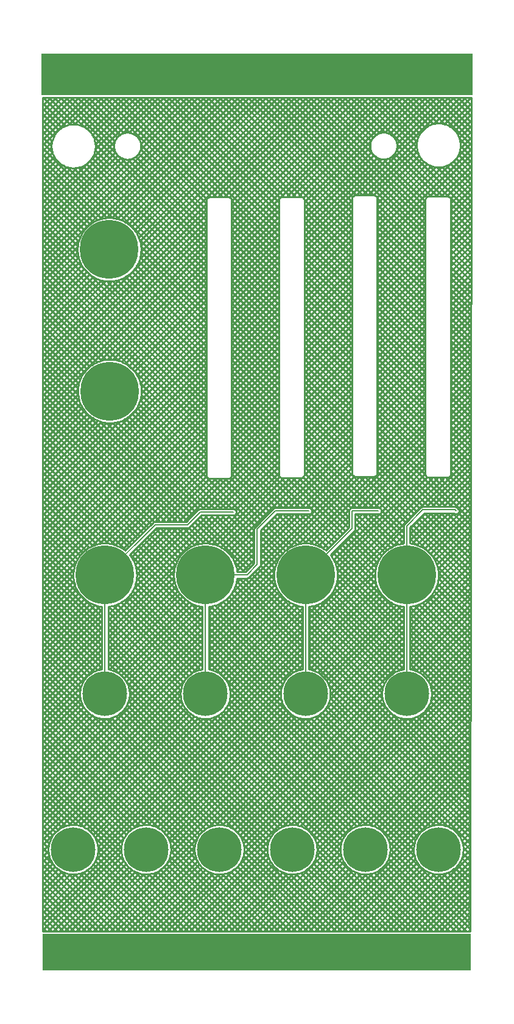
<source format=gbl>
G04 DipTrace 4.0.0.0*
G04 rangoon_panel_plugg.GBL*
%MOIN*%
G04 #@! TF.FileFunction,Copper,L2,Bot*
G04 #@! TF.Part,Single*
G04 #@! TA.AperFunction,Conductor*
%ADD15C,0.007*%
G04 #@! TA.AperFunction,CopperBalancing*
%ADD16C,0.009*%
G04 #@! TA.AperFunction,ComponentPad*
%ADD19C,0.244094*%
%ADD20O,0.2244X0.126*%
%ADD21C,0.32*%
%FSLAX26Y26*%
G04*
G70*
G90*
G75*
G01*
G04 Bottom*
%LPD*%
X2419261Y2590193D2*
D15*
Y2858180D1*
X2507824Y2946743D1*
X2682824D1*
X2689073Y2940492D1*
X2419261Y2590193D2*
Y1940487D1*
X2419882Y1939866D1*
X2264073Y2940492D2*
X2120324D1*
Y2843441D1*
X1867076Y2590193D1*
Y1941562D1*
X1865381Y1939866D1*
X1882824Y2940492D2*
X1701573D1*
X1601573Y2840492D1*
Y2646743D1*
X1545024Y2590193D1*
X1318169D1*
Y1940772D1*
X1317264Y1939866D1*
X1470324Y2934243D2*
X1289073D1*
X1220324Y2865492D1*
X1043360D1*
X768059Y2590193D1*
Y1941701D1*
X766224Y1939866D1*
X437852Y5200997D2*
D16*
X426471Y5189617D1*
X468963Y5200997D2*
X426472Y5158505D1*
X500076Y5200997D2*
X426461Y5127381D1*
X531189Y5200997D2*
X426462Y5096270D1*
X562302Y5200997D2*
X426463Y5065159D1*
X593415Y5200997D2*
X426465Y5034047D1*
X624528Y5200997D2*
X426466Y5002936D1*
X655640Y5200997D2*
X426469Y4971824D1*
X686753Y5200997D2*
X426470Y4940714D1*
X717865Y5200997D2*
X570915Y5054046D1*
X476756Y4959887D2*
X426471Y4909602D1*
X748978Y5200997D2*
X604278Y5056297D1*
X474508Y4926526D2*
X426472Y4878491D1*
X780091Y5200997D2*
X630518Y5051424D1*
X479369Y4900274D2*
X426461Y4847367D1*
X811203Y5200997D2*
X652508Y5042301D1*
X488507Y4878299D2*
X426462Y4816256D1*
X842316Y5200997D2*
X671190Y5029871D1*
X500925Y4859605D2*
X426463Y4785144D1*
X873429Y5200997D2*
X686965Y5014533D1*
X516277Y4843844D2*
X426465Y4754033D1*
X904542Y5200997D2*
X699831Y4996286D1*
X534525Y4830980D2*
X426466Y4722921D1*
X935655Y5200997D2*
X709490Y4974832D1*
X555967Y4821310D2*
X426469Y4691810D1*
X966766Y5200997D2*
X715085Y4949315D1*
X581487Y4815717D2*
X426470Y4660699D1*
X997879Y5200997D2*
X714253Y4917370D1*
X613432Y4816549D2*
X426471Y4629588D1*
X1028992Y5200997D2*
X689706Y4861711D1*
X669080Y4841085D2*
X426472Y4598476D1*
X1060105Y5200997D2*
X865686Y5006577D1*
X820761Y4961652D2*
X426461Y4567353D1*
X1091218Y5200997D2*
X900789Y5010568D1*
X816772Y4926551D2*
X426462Y4536241D1*
X1122331Y5200997D2*
X924605Y5003272D1*
X824070Y4902736D2*
X426463Y4505130D1*
X1153444Y5200997D2*
X942778Y4990332D1*
X837010Y4884564D2*
X426465Y4474018D1*
X1184556Y5200997D2*
X956217Y4972657D1*
X854686Y4871127D2*
X426466Y4442907D1*
X1215669Y5200997D2*
X964210Y4949538D1*
X877794Y4863123D2*
X426469Y4411797D1*
X1246781Y5200997D2*
X962248Y4916463D1*
X910883Y4865098D2*
X426470Y4380685D1*
X1277894Y5200997D2*
X426471Y4349573D1*
X1309007Y5200997D2*
X426472Y4318462D1*
X1340119Y5200997D2*
X426461Y4287339D1*
X1371232Y5200997D2*
X426462Y4256227D1*
X1402345Y5200997D2*
X737005Y4535657D1*
X626054Y4424706D2*
X426463Y4225115D1*
X1433458Y5200997D2*
X776396Y4543936D1*
X617777Y4385316D2*
X426465Y4194004D1*
X1464571Y5200997D2*
X807546Y4543972D1*
X617740Y4354168D2*
X426466Y4162894D1*
X1495682Y5200997D2*
X834184Y4539497D1*
X622205Y4327518D2*
X426469Y4131782D1*
X1526795Y5200997D2*
X857652Y4531854D1*
X629850Y4304051D2*
X426470Y4100671D1*
X1557908Y5200997D2*
X878585Y4521673D1*
X640043Y4283133D2*
X426471Y4069559D1*
X1589021Y5200997D2*
X897306Y4509282D1*
X652437Y4264413D2*
X426472Y4038448D1*
X1620134Y5200997D2*
X913988Y4494850D1*
X666857Y4247720D2*
X426461Y4007324D1*
X1651247Y5200997D2*
X928706Y4478457D1*
X683253Y4233004D2*
X426462Y3976213D1*
X1682360Y5200997D2*
X941398Y4460035D1*
X701676Y4220312D2*
X426463Y3945101D1*
X1713472Y5200997D2*
X951927Y4439451D1*
X722260Y4209785D2*
X426465Y3913990D1*
X1744584Y5200997D2*
X959970Y4416383D1*
X745331Y4201743D2*
X426466Y3882879D1*
X1775697Y5200997D2*
X964955Y4390256D1*
X771446Y4196747D2*
X426469Y3851768D1*
X1806810Y5200997D2*
X965715Y4359903D1*
X801814Y4196000D2*
X426470Y3820656D1*
X1837923Y5200997D2*
X959129Y4322203D1*
X839514Y4202588D2*
X426471Y3789545D1*
X1869035Y5200997D2*
X426472Y3758433D1*
X1900148Y5200997D2*
X1356718Y4657567D1*
X1321698Y4622547D2*
X426461Y3727310D1*
X1931261Y5200997D2*
X1387831Y4657567D1*
X1321699Y4591436D2*
X426462Y3696198D1*
X1962374Y5200997D2*
X1418944Y4657567D1*
X1321702Y4560325D2*
X426463Y3665087D1*
X1993486Y5200997D2*
X1448950Y4656461D1*
X1321690Y4529201D2*
X426465Y3633976D1*
X2024598Y5200997D2*
X1461953Y4638350D1*
X1321692Y4498089D2*
X426466Y3602865D1*
X2055711Y5200997D2*
X1461954Y4607239D1*
X1321693Y4466979D2*
X426469Y3571753D1*
X2086824Y5200997D2*
X1461955Y4576129D1*
X1321694Y4435867D2*
X426470Y3540642D1*
X2117937Y5200997D2*
X1461957Y4545017D1*
X1321696Y4404756D2*
X426471Y3509530D1*
X2149050Y5200997D2*
X1461958Y4513906D1*
X1321697Y4373644D2*
X426472Y3478419D1*
X2180163Y5200997D2*
X1461959Y4482794D1*
X1321698Y4342533D2*
X740881Y3761715D1*
X627070Y3647904D2*
X426461Y3447295D1*
X2211276Y5200997D2*
X1461961Y4451682D1*
X1321699Y4311423D2*
X779699Y3769421D1*
X619365Y3609087D2*
X426462Y3416184D1*
X2242387Y5200997D2*
X1461962Y4420571D1*
X1321702Y4280311D2*
X810588Y3769198D1*
X619577Y3578186D2*
X426463Y3385073D1*
X2273500Y5200997D2*
X1730257Y4657753D1*
X1721129Y4648625D2*
X1461963Y4389461D1*
X1321690Y4249186D2*
X837064Y3764562D1*
X624215Y3551711D2*
X426465Y3353962D1*
X2304613Y5200997D2*
X1763731Y4660115D1*
X1718781Y4615164D2*
X1461953Y4358336D1*
X1321692Y4218076D2*
X860396Y3756781D1*
X631997Y3528382D2*
X426466Y3322850D1*
X2335726Y5200997D2*
X1794844Y4660115D1*
X1718769Y4584041D2*
X1461954Y4327224D1*
X1321693Y4186965D2*
X881218Y3746488D1*
X642290Y3507562D2*
X426469Y3291739D1*
X2366839Y5200997D2*
X1825957Y4660115D1*
X1718770Y4552929D2*
X1461955Y4296114D1*
X1321694Y4155853D2*
X899839Y3733997D1*
X654783Y3488942D2*
X426470Y3260627D1*
X2397951Y5200997D2*
X1852308Y4655354D1*
X1718773Y4521818D2*
X1461957Y4265003D1*
X1321696Y4124741D2*
X916446Y3719492D1*
X669290Y3472336D2*
X426471Y3229516D1*
X2429064Y5200997D2*
X1859034Y4630967D1*
X1718774Y4490706D2*
X1461958Y4233891D1*
X1321697Y4093630D2*
X931064Y3702997D1*
X685786Y3457719D2*
X426472Y3198406D1*
X2460177Y5200997D2*
X2265646Y5006466D1*
X2222995Y4963815D2*
X1859035Y4599856D1*
X1718776Y4459596D2*
X1461959Y4202780D1*
X1321698Y4062518D2*
X943657Y3684478D1*
X704307Y3445127D2*
X426461Y3167281D1*
X2491289Y5200997D2*
X2301482Y5011189D1*
X2218260Y4927969D2*
X1859037Y4568745D1*
X1718777Y4428484D2*
X1461961Y4171668D1*
X1321699Y4031408D2*
X954075Y3663782D1*
X725004Y3434711D2*
X426462Y3136169D1*
X2522402Y5200997D2*
X2325522Y5004117D1*
X2225335Y4903929D2*
X1859038Y4537634D1*
X1718778Y4397373D2*
X1461962Y4140556D1*
X1321702Y4000297D2*
X961993Y3640588D1*
X748186Y3426782D2*
X426463Y3105059D1*
X2553517Y5201000D2*
X2343860Y4991341D1*
X2238115Y4885598D2*
X1859042Y4506525D1*
X1718769Y4366252D2*
X1461954Y4109436D1*
X1321693Y3969176D2*
X966820Y3614302D1*
X774479Y3421962D2*
X426467Y3073950D1*
X2584629Y5200999D2*
X2357458Y4973827D1*
X2255629Y4871999D2*
X1859042Y4475412D1*
X1718769Y4335139D2*
X1461954Y4078323D1*
X1321693Y3938063D2*
X967329Y3583699D1*
X805081Y3421450D2*
X426467Y3042837D1*
X2615740Y5200996D2*
X2365661Y4950917D1*
X2278537Y4863794D2*
X1859042Y4444299D1*
X1718769Y4304026D2*
X1461954Y4047210D1*
X1321693Y3906950D2*
X960232Y3545490D1*
X843290Y3428546D2*
X426467Y3011724D1*
X2646852Y5200995D2*
X2364244Y4918388D1*
X2311066Y4865210D2*
X1859042Y4413186D1*
X1718769Y4272913D2*
X1461954Y4016098D1*
X1321693Y3875837D2*
X426467Y2980612D1*
X2677962Y5200993D2*
X2144713Y4667744D1*
X2118394Y4641425D2*
X1859042Y4382073D1*
X1718769Y4241801D2*
X1461954Y3984986D1*
X1321693Y3844724D2*
X426467Y2949499D1*
X2709073Y5200992D2*
X2566251Y5058169D1*
X2475782Y4967701D2*
X2175824Y4667743D1*
X2118394Y4610312D2*
X1859042Y4350961D1*
X1718769Y4210688D2*
X1461954Y3953873D1*
X1321693Y3813612D2*
X426467Y2918386D1*
X2740185Y5200991D2*
X2600432Y5061238D1*
X2472713Y4933518D2*
X2206948Y4667753D1*
X2118394Y4579199D2*
X1859042Y4319849D1*
X1718769Y4179575D2*
X1461954Y3922760D1*
X1321693Y3782499D2*
X426467Y2887274D1*
X2771308Y5201003D2*
X2627068Y5056761D1*
X2477188Y4906881D2*
X2238059Y4667752D1*
X2118394Y4548087D2*
X1859042Y4288736D1*
X1718769Y4148463D2*
X1461954Y3891647D1*
X1321693Y3751386D2*
X426467Y2856161D1*
X2773634Y5172214D2*
X2649318Y5047898D1*
X2486050Y4884630D2*
X2257163Y4655744D1*
X2118394Y4516975D2*
X1859042Y4257623D1*
X1718769Y4117350D2*
X1461954Y3860534D1*
X1321693Y3720274D2*
X426467Y2825049D1*
X2773571Y5141039D2*
X2668248Y5035715D1*
X2498243Y4865711D2*
X2258667Y4626135D1*
X2118394Y4485862D2*
X1859042Y4226510D1*
X1718769Y4086238D2*
X1461954Y3829421D1*
X1321693Y3689161D2*
X426467Y2793936D1*
X2773509Y5109864D2*
X2684219Y5020575D1*
X2513370Y4849724D2*
X2258667Y4595022D1*
X2118394Y4454749D2*
X1859042Y4195398D1*
X1718769Y4055125D2*
X1461954Y3798308D1*
X1321693Y3658049D2*
X426467Y2762823D1*
X2773446Y5078689D2*
X2697320Y5002563D1*
X2531392Y4836635D2*
X2258667Y4563909D1*
X2118394Y4423636D2*
X1859042Y4164285D1*
X1718769Y4024012D2*
X1461954Y3767197D1*
X1321693Y3626936D2*
X426467Y2731710D1*
X2773385Y5047514D2*
X2707239Y4981369D1*
X2552585Y4826715D2*
X2258667Y4532797D1*
X2118394Y4392524D2*
X1859042Y4133172D1*
X1718769Y3992899D2*
X1461954Y3736084D1*
X1321693Y3595823D2*
X426467Y2700597D1*
X2773323Y5016340D2*
X2713193Y4956210D1*
X2577743Y4820760D2*
X2258667Y4501684D1*
X2118394Y4361411D2*
X1859042Y4102059D1*
X1718769Y3961786D2*
X1461954Y3704971D1*
X1321693Y3564710D2*
X426467Y2669484D1*
X2773260Y4985165D2*
X2713018Y4924924D1*
X2609028Y4820932D2*
X2258667Y4470571D1*
X2118394Y4330298D2*
X1859042Y4070948D1*
X1718769Y3930673D2*
X1461954Y3673858D1*
X1321693Y3533597D2*
X426467Y2638373D1*
X2773198Y4953990D2*
X2694238Y4875030D1*
X2658920Y4839713D2*
X2258667Y4439459D1*
X2118394Y4299185D2*
X1859042Y4039835D1*
X1718769Y3899562D2*
X1461954Y3642745D1*
X1321693Y3502484D2*
X426467Y2607260D1*
X2773136Y4922815D2*
X2258667Y4408346D1*
X2118394Y4268073D2*
X1859042Y4008722D1*
X1718769Y3868449D2*
X1461954Y3611633D1*
X1321693Y3471371D2*
X426467Y2576147D1*
X2773073Y4891640D2*
X2544088Y4662655D1*
X2520567Y4639133D2*
X2258667Y4377234D1*
X2118394Y4236961D2*
X1859042Y3977609D1*
X1718769Y3837336D2*
X1461954Y3580520D1*
X1321693Y3440260D2*
X426467Y2545034D1*
X2773012Y4860466D2*
X2575199Y4662654D1*
X2520567Y4608020D2*
X2258667Y4346121D1*
X2118394Y4205848D2*
X1859042Y3946496D1*
X1718769Y3806223D2*
X1461954Y3549407D1*
X1321693Y3409147D2*
X426467Y2513921D1*
X2772950Y4829290D2*
X2606311Y4662652D1*
X2520567Y4576907D2*
X2258667Y4315008D1*
X2118394Y4174735D2*
X1859042Y3915383D1*
X1718769Y3775110D2*
X1461954Y3518295D1*
X1321693Y3378034D2*
X689018Y2745360D1*
X612895Y2669235D2*
X426467Y2482808D1*
X2772887Y4798115D2*
X2637423Y4662651D1*
X2520567Y4545794D2*
X2258667Y4283895D1*
X2118394Y4143622D2*
X1859042Y3884270D1*
X1718769Y3743997D2*
X1461954Y3487182D1*
X1321693Y3346921D2*
X736437Y2761665D1*
X596575Y2621803D2*
X426467Y2451696D1*
X2772825Y4766941D2*
X2658428Y4652543D1*
X2520567Y4514682D2*
X2258667Y4252782D1*
X2118394Y4112509D2*
X1859042Y3853157D1*
X1718769Y3712885D2*
X1461954Y3456070D1*
X1321693Y3315808D2*
X770570Y2764685D1*
X593579Y2587694D2*
X426467Y2420583D1*
X2772764Y4735766D2*
X2660827Y4623829D1*
X2520567Y4483570D2*
X2258667Y4221669D1*
X2118394Y4081396D2*
X1859042Y3822046D1*
X1718769Y3681772D2*
X1461954Y3424957D1*
X1321693Y3284696D2*
X799021Y2762024D1*
X596226Y2559230D2*
X426467Y2389471D1*
X2772701Y4704591D2*
X2660827Y4592717D1*
X2520567Y4452457D2*
X2258667Y4190558D1*
X2118394Y4050283D2*
X1859042Y3790933D1*
X1718769Y3650660D2*
X1461954Y3393844D1*
X1321693Y3253583D2*
X823829Y2755720D1*
X602541Y2534430D2*
X426467Y2358358D1*
X2772639Y4673416D2*
X2660827Y4561605D1*
X2520567Y4421344D2*
X2258667Y4159445D1*
X2118394Y4019171D2*
X1859042Y3759820D1*
X1718769Y3619547D2*
X1461954Y3362731D1*
X1321693Y3222470D2*
X845856Y2746633D1*
X611627Y2512404D2*
X426467Y2327245D1*
X2772576Y4642241D2*
X2660827Y4530492D1*
X2520567Y4390231D2*
X2258667Y4128332D1*
X2118394Y3988059D2*
X1859042Y3728707D1*
X1718769Y3588434D2*
X1461954Y3331618D1*
X1321693Y3191358D2*
X865543Y2735209D1*
X623037Y2492702D2*
X426467Y2296133D1*
X2772514Y4611067D2*
X2660827Y4499379D1*
X2520567Y4359118D2*
X2258667Y4097219D1*
X2118394Y3956946D2*
X1859042Y3697594D1*
X1718769Y3557322D2*
X1461954Y3300505D1*
X1321693Y3160245D2*
X1044941Y2883492D1*
X636549Y2475100D2*
X426467Y2265020D1*
X2772453Y4579892D2*
X2660827Y4468266D1*
X2520567Y4328005D2*
X2258667Y4066106D1*
X2118394Y3925833D2*
X1859042Y3666482D1*
X1718769Y3526209D2*
X1461954Y3269394D1*
X1322861Y3130301D2*
X1076051Y2883491D1*
X652047Y2459487D2*
X426467Y2233907D1*
X2772390Y4548717D2*
X2660827Y4437154D1*
X2520567Y4296892D2*
X2258667Y4034993D1*
X2118394Y3894720D2*
X1859042Y3635369D1*
X1718769Y3495096D2*
X1461954Y3238281D1*
X1341121Y3117448D2*
X1107163Y2883490D1*
X1071175Y2847501D2*
X912378Y2688705D1*
X669537Y2445862D2*
X426467Y2202794D1*
X2772328Y4517542D2*
X2660827Y4406041D1*
X2520567Y4265781D2*
X2258667Y4003881D1*
X2118394Y3863608D2*
X1859042Y3604256D1*
X1718769Y3463983D2*
X1461954Y3207168D1*
X1372232Y3117446D2*
X1138274Y2883488D1*
X1102286Y2847500D2*
X923925Y2669139D1*
X689113Y2434327D2*
X426467Y2171681D1*
X2772266Y4486367D2*
X2660827Y4374928D1*
X2520567Y4234668D2*
X2258667Y3972768D1*
X2118394Y3832495D2*
X1859042Y3573144D1*
X1718769Y3432870D2*
X1461954Y3176055D1*
X1403343Y3117445D2*
X1169386Y2883487D1*
X1133396Y2847499D2*
X933148Y2647249D1*
X711001Y2425102D2*
X426467Y2140570D1*
X2772217Y4455205D2*
X2660827Y4343815D1*
X2520567Y4203555D2*
X2258667Y3941655D1*
X2118394Y3801382D2*
X1859042Y3542031D1*
X1718769Y3401759D2*
X1461954Y3144942D1*
X1434467Y3117455D2*
X1200497Y2883486D1*
X1164508Y2847496D2*
X939625Y2622613D1*
X735636Y2418626D2*
X426467Y2109457D1*
X2772154Y4424030D2*
X2660827Y4312703D1*
X2520567Y4172442D2*
X2258667Y3910543D1*
X2118394Y3770269D2*
X1859042Y3510919D1*
X1718769Y3370646D2*
X1300369Y2952244D1*
X1195619Y2847495D2*
X942520Y2594396D1*
X750068Y2401944D2*
X426467Y2078344D1*
X2772092Y4392856D2*
X2660827Y4281591D1*
X2520567Y4141329D2*
X2258667Y3879430D1*
X2118394Y3739157D2*
X1859042Y3479806D1*
X1718769Y3339533D2*
X1331480Y2952243D1*
X1230559Y2851323D2*
X939923Y2560685D1*
X797562Y2418324D2*
X786056Y2406819D1*
X750068Y2370831D2*
X426467Y2047231D1*
X2772030Y4361680D2*
X2660827Y4250478D1*
X2520567Y4110217D2*
X2258667Y3848318D1*
X2118394Y3708045D2*
X1859042Y3448693D1*
X1718769Y3308420D2*
X1362592Y2952241D1*
X1326591Y2916240D2*
X924957Y2514608D1*
X843650Y2433301D2*
X786056Y2375707D1*
X750068Y2339718D2*
X426467Y2016118D1*
X2771967Y4330505D2*
X2660827Y4219365D1*
X2520567Y4079104D2*
X2258667Y3817205D1*
X2118394Y3676932D2*
X1859042Y3417580D1*
X1718769Y3277307D2*
X1393703Y2952240D1*
X1357714Y2916252D2*
X786056Y2344594D1*
X750068Y2308605D2*
X426467Y1985005D1*
X2771906Y4299331D2*
X2660827Y4188252D1*
X2520567Y4047991D2*
X2258667Y3786092D1*
X2118394Y3645819D2*
X1859042Y3386467D1*
X1718769Y3246194D2*
X1424814Y2952239D1*
X1388825Y2916251D2*
X786056Y2313482D1*
X750068Y2277492D2*
X426467Y1953892D1*
X2771844Y4268156D2*
X2660827Y4157139D1*
X2520567Y4016879D2*
X2258667Y3754979D1*
X2118394Y3614706D2*
X1859042Y3355354D1*
X1718769Y3215081D2*
X1455925Y2952238D1*
X1419937Y2916249D2*
X1257026Y2753339D1*
X1155012Y2651324D2*
X786056Y2282369D1*
X750068Y2246381D2*
X426467Y1922780D1*
X2771781Y4236980D2*
X2660827Y4126026D1*
X2520567Y3985766D2*
X2258667Y3723866D1*
X2118394Y3583593D2*
X1859042Y3324243D1*
X1718769Y3183969D2*
X1482575Y2947774D1*
X1451049Y2916248D2*
X1298268Y2763467D1*
X1144894Y2610094D2*
X786056Y2251256D1*
X750068Y2215268D2*
X426467Y1891667D1*
X2771719Y4205806D2*
X2660827Y4094913D1*
X2520567Y3954654D2*
X2258667Y3692753D1*
X2118394Y3552480D2*
X1859042Y3293130D1*
X1718769Y3152857D2*
X1330224Y2764311D1*
X1144049Y2578136D2*
X786056Y2220143D1*
X750068Y2184155D2*
X426467Y1860555D1*
X2771657Y4174631D2*
X2660827Y4063802D1*
X2520567Y3923541D2*
X2258667Y3661642D1*
X2118394Y3521367D2*
X1859042Y3262017D1*
X1723642Y3126615D2*
X1357383Y2760358D1*
X1148001Y2550976D2*
X786056Y2189030D1*
X750068Y2153042D2*
X426467Y1829442D1*
X2771594Y4143457D2*
X2660827Y4032689D1*
X2520567Y3892428D2*
X2258667Y3630529D1*
X2118394Y3490256D2*
X1859042Y3230904D1*
X1748140Y3120003D2*
X1381236Y2753097D1*
X1155273Y2527135D2*
X786056Y2157917D1*
X750068Y2121929D2*
X426467Y1798329D1*
X2771533Y4112281D2*
X2660827Y4001576D1*
X2520567Y3861315D2*
X2258667Y3599416D1*
X2118394Y3459143D2*
X1859042Y3199791D1*
X1779252Y3120001D2*
X1402478Y2743227D1*
X1165130Y2505878D2*
X786056Y2126806D1*
X750068Y2090816D2*
X730782Y2071530D1*
X634559Y1975308D2*
X426467Y1767217D1*
X2771471Y4081106D2*
X2660827Y3970463D1*
X2520567Y3830202D2*
X2258667Y3568303D1*
X2118394Y3428030D2*
X1859042Y3168678D1*
X1810364Y3120000D2*
X1421495Y2731131D1*
X1177236Y2486873D2*
X786056Y2095693D1*
X629686Y1939323D2*
X426467Y1736104D1*
X2771408Y4049932D2*
X2660827Y3939350D1*
X2520567Y3799089D2*
X2258667Y3537190D1*
X2118394Y3396917D2*
X1858719Y3137243D1*
X1841798Y3120322D2*
X1438449Y2716972D1*
X1191394Y2469917D2*
X794955Y2073479D1*
X632621Y1911143D2*
X426467Y1704991D1*
X2771346Y4018757D2*
X2660827Y3908238D1*
X2520567Y3767978D2*
X2258667Y3506077D1*
X2118394Y3365804D2*
X1711080Y2958491D1*
X1583572Y2830983D2*
X1453427Y2700837D1*
X1207514Y2454925D2*
X818722Y2066133D1*
X639966Y1887377D2*
X426467Y1673878D1*
X2771283Y3987583D2*
X2660827Y3877125D1*
X2520567Y3736865D2*
X2258667Y3474965D1*
X2118394Y3334692D2*
X1742192Y2958490D1*
X1583572Y2799870D2*
X1466404Y2682702D1*
X1225661Y2441959D2*
X839243Y2055541D1*
X650556Y1866854D2*
X426467Y1642765D1*
X2771222Y3956407D2*
X2660827Y3846012D1*
X2520567Y3705752D2*
X2258667Y3443852D1*
X2118394Y3303579D2*
X1773303Y2958488D1*
X1737315Y2922500D2*
X1619573Y2804759D1*
X1583572Y2768759D2*
X1477243Y2662428D1*
X1245934Y2431119D2*
X857017Y2042202D1*
X663894Y1849079D2*
X426467Y1611654D1*
X2771160Y3925232D2*
X2660827Y3814900D1*
X2520567Y3674639D2*
X2258667Y3412740D1*
X2118394Y3272466D2*
X1804415Y2958487D1*
X1768425Y2922499D2*
X1619573Y2773646D1*
X1583572Y2737646D2*
X1485644Y2639718D1*
X1268643Y2422717D2*
X872243Y2026316D1*
X679766Y1833839D2*
X426467Y1580541D1*
X2771097Y3894058D2*
X2660827Y3783787D1*
X2520567Y3643526D2*
X2258667Y3381627D1*
X2118394Y3241354D2*
X1835526Y2958486D1*
X1799537Y2922497D2*
X1619573Y2742534D1*
X1583572Y2706533D2*
X1491101Y2614062D1*
X1294298Y2417259D2*
X884896Y2007857D1*
X698223Y1821184D2*
X426467Y1549428D1*
X2771035Y3862883D2*
X2660827Y3752675D1*
X2520567Y3612413D2*
X2258667Y3350514D1*
X2118394Y3210241D2*
X1866636Y2958484D1*
X1830648Y2922496D2*
X1619573Y2711421D1*
X1583572Y2675420D2*
X1516345Y2608193D1*
X1300177Y2392025D2*
X894728Y1986576D1*
X719516Y1811364D2*
X426467Y1518315D1*
X2770974Y3831707D2*
X2660827Y3721562D1*
X2520567Y3581301D2*
X2258667Y3319402D1*
X2118394Y3179129D2*
X1894106Y2954841D1*
X1861760Y2922495D2*
X1619573Y2680308D1*
X1511455Y2572190D2*
X1487323Y2548058D1*
X1360299Y2421034D2*
X1336167Y2396900D1*
X1300177Y2360912D2*
X901080Y1961815D1*
X744276Y1805010D2*
X426467Y1487202D1*
X2770911Y3800533D2*
X2660827Y3690449D1*
X2520567Y3550188D2*
X2258667Y3288289D1*
X2118394Y3148016D2*
X1619573Y2649196D1*
X1542580Y2572202D2*
X1460598Y2490220D1*
X1418147Y2447769D2*
X1336167Y2365787D1*
X1300177Y2329799D2*
X902509Y1932131D1*
X773958Y1803579D2*
X426467Y1456089D1*
X2770849Y3769358D2*
X2660827Y3659336D1*
X2520567Y3519076D2*
X2258667Y3257176D1*
X2130563Y3129072D2*
X1336167Y2334676D1*
X1300177Y2298686D2*
X894020Y1892529D1*
X813558Y1812067D2*
X426467Y1424976D1*
X2770787Y3738184D2*
X2660827Y3628223D1*
X2520567Y3487963D2*
X2258667Y3226063D1*
X2160232Y3127629D2*
X1759556Y2726953D1*
X1730316Y2697713D2*
X1336167Y2303563D1*
X1300177Y2267573D2*
X426467Y1393864D1*
X2770724Y3707008D2*
X2660827Y3597110D1*
X2520567Y3456850D2*
X2258667Y3194950D1*
X2191344Y3127627D2*
X1822400Y2758684D1*
X1698584Y2634867D2*
X1336167Y2272450D1*
X1300177Y2236461D2*
X426467Y1362752D1*
X2770663Y3675833D2*
X2660827Y3565999D1*
X2520567Y3425738D2*
X2258667Y3163839D1*
X2222467Y3127638D2*
X1859316Y2764487D1*
X1692780Y2597950D2*
X1336167Y2241337D1*
X1300177Y2205349D2*
X426467Y1331639D1*
X2770613Y3644671D2*
X2660827Y3534886D1*
X2520567Y3394625D2*
X1889283Y2763343D1*
X1693923Y2567982D2*
X1336167Y2210224D1*
X1300177Y2174236D2*
X426467Y1300526D1*
X2770551Y3613496D2*
X2660827Y3503773D1*
X2520567Y3363512D2*
X2114148Y2957093D1*
X2103714Y2946660D2*
X1915150Y2758096D1*
X1699180Y2542126D2*
X1336167Y2179112D1*
X1300177Y2143123D2*
X426467Y1269413D1*
X2770488Y3582322D2*
X2660827Y3472660D1*
X2520567Y3332399D2*
X2146651Y2958484D1*
X2102323Y2914155D2*
X1938008Y2749841D1*
X1707421Y2519255D2*
X1336167Y2147999D1*
X1300177Y2112010D2*
X1240122Y2051955D1*
X1205178Y2017010D2*
X426467Y1238301D1*
X2770427Y3551147D2*
X2660827Y3441547D1*
X2520567Y3301286D2*
X2177776Y2958495D1*
X2141774Y2922495D2*
X2138323Y2919043D1*
X2102323Y2883042D2*
X1958429Y2739150D1*
X1718123Y2498844D2*
X1336167Y2116886D1*
X1300177Y2080898D2*
X1293483Y2074203D1*
X1182929Y1963650D2*
X426467Y1207188D1*
X2770365Y3519972D2*
X2660827Y3410434D1*
X2520567Y3270175D2*
X2208886Y2958493D1*
X2172886Y2922493D2*
X2138323Y2887930D1*
X2102323Y2851930D2*
X1976689Y2726297D1*
X1730975Y2480583D2*
X1336167Y2085774D1*
X1180990Y1930597D2*
X426467Y1176075D1*
X2770302Y3488797D2*
X2660827Y3379322D1*
X2520567Y3239062D2*
X2239997Y2958492D1*
X2203996Y2922491D2*
X2138323Y2856819D1*
X1745828Y2464324D2*
X1353244Y2071739D1*
X1185390Y1903885D2*
X426467Y1144962D1*
X2770240Y3457622D2*
X2660827Y3348209D1*
X2520567Y3207949D2*
X2270214Y2957596D1*
X2235121Y2922503D2*
X2007217Y2694598D1*
X1762671Y2450052D2*
X1375991Y2063373D1*
X1193755Y1881138D2*
X504054Y1191436D1*
X491308Y1178690D2*
X426467Y1113850D1*
X2770177Y3426448D2*
X2660827Y3317097D1*
X2520567Y3176836D2*
X2281798Y2938068D1*
X2266505Y2922774D2*
X2019446Y2675717D1*
X1781551Y2437820D2*
X1395678Y2051949D1*
X1205178Y1861448D2*
X566562Y1222831D1*
X459924Y1116193D2*
X426467Y1082738D1*
X2770115Y3395273D2*
X2660827Y3285984D1*
X2520567Y3145723D2*
X2029453Y2654609D1*
X1802657Y2427814D2*
X1412720Y2037877D1*
X1219261Y1844417D2*
X600383Y1225539D1*
X457201Y1082358D2*
X426467Y1051625D1*
X2770054Y3364097D2*
X2660827Y3254871D1*
X2530820Y3124865D2*
X2036886Y2630929D1*
X1826335Y2420379D2*
X1427213Y2021257D1*
X1235866Y1829911D2*
X627504Y1221549D1*
X461203Y1055248D2*
X426467Y1020512D1*
X2769991Y3332923D2*
X2660827Y3223759D1*
X2559608Y3122539D2*
X2041075Y2604005D1*
X1849081Y2412013D2*
X1439083Y2002014D1*
X1255108Y1818039D2*
X650537Y1213467D1*
X469270Y1032202D2*
X426467Y989399D1*
X2769929Y3301748D2*
X2660827Y3192646D1*
X2590719Y3122538D2*
X2040589Y2572408D1*
X1849081Y2380900D2*
X1447995Y1979814D1*
X1277319Y1809138D2*
X670474Y1202293D1*
X480457Y1012276D2*
X426467Y958286D1*
X2769867Y3270573D2*
X2660827Y3161533D1*
X2621831Y3122537D2*
X2031329Y2532035D1*
X1925238Y2425944D2*
X1885070Y2385776D1*
X1849081Y2349787D2*
X1453154Y1953860D1*
X1303273Y1803979D2*
X687726Y1188432D1*
X494316Y995022D2*
X426467Y927173D1*
X2769804Y3239398D2*
X1885070Y2354664D1*
X1849081Y2318675D2*
X1452570Y1922163D1*
X1334969Y1804562D2*
X702430Y1172024D1*
X510710Y980304D2*
X426467Y896060D1*
X2769743Y3208223D2*
X2526264Y2964744D1*
X2401266Y2839748D2*
X1885070Y2323551D1*
X1849081Y2287562D2*
X1437530Y1876010D1*
X1381119Y1819600D2*
X714537Y1153017D1*
X529728Y968209D2*
X426467Y864949D1*
X2769681Y3177049D2*
X2557375Y2964743D1*
X2521374Y2928743D2*
X2437256Y2844623D1*
X2401266Y2808635D2*
X2335420Y2742787D1*
X2266667Y2674034D2*
X1885070Y2292438D1*
X1849081Y2256449D2*
X723722Y1131089D1*
X551654Y959021D2*
X426467Y833836D1*
X2769618Y3145874D2*
X2588487Y2964741D1*
X2552486Y2928740D2*
X2437256Y2813510D1*
X2401266Y2777522D2*
X2384865Y2761119D1*
X2248333Y2624588D2*
X1885070Y2261325D1*
X1849081Y2225337D2*
X729240Y1105496D1*
X577247Y953501D2*
X426467Y802723D1*
X2769556Y3114699D2*
X2619598Y2964740D1*
X2583609Y2928752D2*
X2437256Y2782398D1*
X2244765Y2589908D2*
X1885070Y2230213D1*
X1849081Y2194224D2*
X729290Y1074433D1*
X608320Y953463D2*
X426467Y771610D1*
X2769495Y3083524D2*
X2650710Y2964739D1*
X2614720Y2928751D2*
X2448318Y2762348D1*
X2247102Y2561133D2*
X1885070Y2199100D1*
X1849081Y2163112D2*
X716625Y1030655D1*
X652085Y966114D2*
X426467Y740497D1*
X2769432Y3052349D2*
X2681820Y2964738D1*
X2645832Y2928749D2*
X2473352Y2756268D1*
X2253181Y2536097D2*
X1885070Y2167987D1*
X1849081Y2131999D2*
X923615Y1206531D1*
X875122Y1158039D2*
X426467Y709385D1*
X2769370Y3021175D2*
X2701795Y2953600D1*
X2675974Y2927778D2*
X2495563Y2747367D1*
X2262093Y2513898D2*
X1885070Y2136874D1*
X1849081Y2100886D2*
X1814433Y2066238D1*
X1739005Y1990810D2*
X972252Y1224056D1*
X857596Y1109400D2*
X426467Y678272D1*
X2769307Y2990000D2*
X2515413Y2736105D1*
X2273354Y2494046D2*
X1885070Y2105762D1*
X1729260Y1949951D2*
X1004507Y1225198D1*
X856453Y1077144D2*
X426467Y647159D1*
X2769245Y2958824D2*
X2533163Y2722741D1*
X2286715Y2476295D2*
X1885430Y2075009D1*
X1730230Y1919808D2*
X1030783Y1220362D1*
X861301Y1050879D2*
X452906Y642484D1*
X2769184Y2927650D2*
X2548911Y2707377D1*
X2302079Y2460545D2*
X1910463Y2068930D1*
X1736307Y1894774D2*
X1053218Y1211685D1*
X869976Y1028442D2*
X484017Y642483D1*
X2769121Y2896475D2*
X2562682Y2690037D1*
X2319417Y2446772D2*
X1931979Y2059333D1*
X1745916Y1873269D2*
X1072659Y1200012D1*
X881647Y1009001D2*
X515140Y642495D1*
X2769072Y2865312D2*
X2574366Y2670608D1*
X2338845Y2435087D2*
X1950623Y2046865D1*
X1758383Y1854623D2*
X1089450Y1185692D1*
X895966Y992207D2*
X546252Y642492D1*
X2769009Y2834138D2*
X2583776Y2648904D1*
X2360547Y2425676D2*
X1966682Y2031811D1*
X1773434Y1838563D2*
X1103707Y1168836D1*
X912822Y977949D2*
X577364Y642491D1*
X2768948Y2802963D2*
X2590463Y2624479D1*
X2384971Y2418987D2*
X1980194Y2014210D1*
X1791035Y1825051D2*
X1115316Y1149332D1*
X932323Y966339D2*
X608475Y642490D1*
X2768885Y2771787D2*
X2593657Y2596560D1*
X2401266Y2404169D2*
X1990995Y1993898D1*
X1811345Y1814248D2*
X1123919Y1126820D1*
X954833Y957736D2*
X639585Y642488D1*
X2768823Y2740613D2*
X2591570Y2563360D1*
X2446088Y2417878D2*
X2437256Y2409046D1*
X2401266Y2373056D2*
X1998602Y1970392D1*
X1834862Y1806652D2*
X1128654Y1100444D1*
X981222Y953012D2*
X670697Y642487D1*
X2768761Y2709438D2*
X2578146Y2518823D1*
X2490636Y2431314D2*
X2437256Y2377933D1*
X2401266Y2341945D2*
X2001908Y1942585D1*
X1862667Y1803344D2*
X1127311Y1067988D1*
X1013663Y954340D2*
X701808Y642486D1*
X2768698Y2678264D2*
X2437256Y2346820D1*
X2401266Y2310832D2*
X1997832Y1907396D1*
X1897856Y1807420D2*
X1108803Y1018369D1*
X1063294Y972858D2*
X732920Y642484D1*
X2768636Y2647088D2*
X2437256Y2315707D1*
X2401266Y2279719D2*
X1332126Y1210579D1*
X1272298Y1150749D2*
X764031Y642483D1*
X2768575Y2615913D2*
X2437256Y2284594D1*
X2401266Y2248606D2*
X1377259Y1224597D1*
X1258290Y1105629D2*
X795155Y642495D1*
X2768512Y2584739D2*
X2437256Y2253482D1*
X2401266Y2217493D2*
X1408693Y1224920D1*
X1257954Y1074181D2*
X826266Y642492D1*
X2768450Y2553564D2*
X2437256Y2222370D1*
X2401266Y2186381D2*
X1434509Y1219623D1*
X1263261Y1048375D2*
X857378Y642491D1*
X2768388Y2522390D2*
X2437256Y2191257D1*
X2401266Y2155268D2*
X1456597Y1210598D1*
X1272273Y1026274D2*
X888488Y642490D1*
X2768325Y2491214D2*
X2437256Y2160144D1*
X2401266Y2124155D2*
X1475739Y1198627D1*
X1284243Y1007131D2*
X919600Y642488D1*
X2768264Y2460039D2*
X2437256Y2129031D1*
X2401266Y2093043D2*
X2377718Y2069493D1*
X2290259Y1982034D2*
X1492269Y1184046D1*
X1298835Y990610D2*
X950711Y642487D1*
X2768202Y2428865D2*
X2437256Y2097919D1*
X2283421Y1944085D2*
X1506265Y1166928D1*
X1315950Y976614D2*
X981823Y642486D1*
X2768139Y2397690D2*
X2444689Y2074239D1*
X2285510Y1915060D2*
X1517589Y1147139D1*
X1335739Y965289D2*
X1012934Y642484D1*
X2768077Y2366514D2*
X2469026Y2067463D1*
X2292283Y1890722D2*
X1525829Y1124268D1*
X1358609Y957047D2*
X1044046Y642483D1*
X2768014Y2335340D2*
X2489982Y2057307D1*
X2302440Y1869764D2*
X1530068Y1097394D1*
X1385482Y952807D2*
X1075169Y642495D1*
X2767953Y2304165D2*
X2508167Y2044379D1*
X2315378Y1851591D2*
X1527831Y1064043D1*
X1418831Y955043D2*
X1106281Y642492D1*
X2767891Y2272991D2*
X2523778Y2028878D1*
X2330878Y1835978D2*
X1503046Y1008146D1*
X1474727Y979825D2*
X1137392Y642491D1*
X2767828Y2241815D2*
X2536829Y2010816D1*
X2348938Y1822925D2*
X1741471Y1215458D1*
X1666192Y1140178D2*
X1168503Y642490D1*
X2767766Y2210640D2*
X2547096Y1989970D1*
X2369770Y1812644D2*
X1782377Y1225251D1*
X1656409Y1099285D2*
X1199614Y642488D1*
X2767705Y2179466D2*
X2554045Y1965806D1*
X2393933Y1805696D2*
X1812531Y1224293D1*
X1657367Y1069129D2*
X1230726Y642487D1*
X2767642Y2148291D2*
X2556381Y1937030D1*
X2422720Y1803369D2*
X1837564Y1218213D1*
X1663445Y1044094D2*
X1261837Y642486D1*
X2767580Y2117117D2*
X2550154Y1899690D1*
X2460059Y1809596D2*
X1859080Y1208615D1*
X1673041Y1022577D2*
X1292949Y642484D1*
X2767518Y2085941D2*
X1877736Y1196160D1*
X1685508Y1003932D2*
X1324059Y642483D1*
X2767469Y2054780D2*
X1893795Y1181106D1*
X1700547Y987858D2*
X1355184Y642495D1*
X2767406Y2023604D2*
X1907319Y1163517D1*
X1718135Y974333D2*
X1386295Y642492D1*
X2767344Y1992429D2*
X1918121Y1143206D1*
X1738445Y963530D2*
X1417406Y642491D1*
X2767282Y1961255D2*
X1925727Y1119699D1*
X1761950Y955923D2*
X1448517Y642490D1*
X2767219Y1930080D2*
X1929059Y1091919D1*
X1789743Y952602D2*
X1479629Y642488D1*
X2767157Y1898904D2*
X1924993Y1056741D1*
X1824919Y956665D2*
X1510740Y642487D1*
X2767096Y1867730D2*
X1541852Y642486D1*
X2767033Y1836555D2*
X2148665Y1218186D1*
X2063480Y1133001D2*
X1572963Y642484D1*
X2766971Y1805381D2*
X2187135Y1225543D1*
X2056122Y1094530D2*
X1604073Y642483D1*
X2766909Y1774205D2*
X2216382Y1223678D1*
X2057986Y1065282D2*
X1635198Y642495D1*
X2766846Y1743030D2*
X2240856Y1217039D1*
X2064623Y1040807D2*
X1666308Y642492D1*
X2766785Y1711856D2*
X2261924Y1206995D1*
X2074667Y1019738D2*
X1697420Y642491D1*
X2766722Y1680681D2*
X2280196Y1194154D1*
X2087507Y1001465D2*
X1728531Y642490D1*
X2766660Y1649505D2*
X2295894Y1178739D1*
X2102919Y985765D2*
X1759643Y642488D1*
X2766598Y1618331D2*
X2309045Y1160777D1*
X2120879Y972613D2*
X1790755Y642487D1*
X2766535Y1587156D2*
X2319423Y1140043D1*
X2141613Y962232D2*
X1821866Y642486D1*
X2766474Y1555982D2*
X2326508Y1116016D1*
X2165639Y955147D2*
X1852976Y642484D1*
X2766412Y1524807D2*
X2329056Y1087450D1*
X2194214Y952609D2*
X1884088Y642483D1*
X2766349Y1493631D2*
X2323301Y1050583D1*
X2231080Y958364D2*
X1915213Y642495D1*
X2766287Y1462457D2*
X1946323Y642492D1*
X2766226Y1431282D2*
X2554976Y1220033D1*
X2462185Y1127241D2*
X1977434Y642491D1*
X2766163Y1400108D2*
X2591718Y1225663D1*
X2456554Y1090497D2*
X2008546Y642490D1*
X2766101Y1368932D2*
X2620232Y1223063D1*
X2459152Y1061983D2*
X2039657Y642488D1*
X2766039Y1337757D2*
X2644220Y1215940D1*
X2466274Y1037992D2*
X2070769Y642487D1*
X2765976Y1306583D2*
X2664929Y1205535D1*
X2476690Y1017295D2*
X2101879Y642486D1*
X2765927Y1275420D2*
X2682865Y1192358D1*
X2489865Y999358D2*
X2132991Y642484D1*
X2765865Y1244245D2*
X2698252Y1176634D1*
X2505589Y983970D2*
X2164102Y642483D1*
X2765803Y1213071D2*
X2711067Y1158336D1*
X2523885Y971154D2*
X2195226Y642495D1*
X2765740Y1181895D2*
X2721073Y1137228D1*
X2544991Y961146D2*
X2226337Y642492D1*
X2765678Y1150720D2*
X2727673Y1112717D1*
X2569501Y954545D2*
X2257449Y642491D1*
X2765617Y1119546D2*
X2729476Y1083406D1*
X2598811Y952740D2*
X2288560Y642490D1*
X2765554Y1088371D2*
X2721969Y1044785D1*
X2637429Y960247D2*
X2319672Y642488D1*
X2765492Y1057197D2*
X2350783Y642487D1*
X2765429Y1026021D2*
X2381894Y642486D1*
X2765367Y994846D2*
X2413005Y642484D1*
X2765306Y963672D2*
X2444117Y642483D1*
X2765243Y932497D2*
X2475240Y642495D1*
X2765181Y901322D2*
X2506352Y642492D1*
X2765119Y870147D2*
X2537463Y642491D1*
X2765056Y838972D2*
X2568575Y642490D1*
X2764995Y807798D2*
X2599686Y642488D1*
X2764933Y776622D2*
X2630797Y642487D1*
X2764870Y745448D2*
X2661908Y642486D1*
X2764808Y714273D2*
X2693020Y642484D1*
X2764747Y683098D2*
X2724131Y642483D1*
X2764684Y651924D2*
X2755255Y642495D1*
X2762776Y5200997D2*
X2773660Y5190113D1*
X2731664Y5200997D2*
X2773596Y5159064D1*
X2700551Y5200997D2*
X2773533Y5128016D1*
X2669438Y5200997D2*
X2773482Y5096954D1*
X2638325Y5200997D2*
X2773417Y5065904D1*
X2607213Y5200997D2*
X2773354Y5034856D1*
X2576100Y5200997D2*
X2773291Y5003806D1*
X2544987Y5200997D2*
X2773227Y4972757D1*
X2513874Y5200997D2*
X2773164Y4941707D1*
X2482762Y5200997D2*
X2627500Y5056259D1*
X2708980Y4974778D2*
X2773113Y4910646D1*
X2451650Y5200997D2*
X2591241Y5061404D1*
X2714125Y4938521D2*
X2773049Y4879597D1*
X2420537Y5200997D2*
X2563684Y5057850D1*
X2710581Y4910951D2*
X2772986Y4848547D1*
X2389424Y5200997D2*
X2540799Y5049622D1*
X2702352Y4888070D2*
X2772923Y4817499D1*
X2358311Y5200997D2*
X2521370Y5037938D1*
X2690667Y4868642D2*
X2772858Y4786449D1*
X2327198Y5200997D2*
X2504912Y5023283D1*
X2676010Y4852185D2*
X2772807Y4755388D1*
X2296085Y5200997D2*
X2491325Y5005757D1*
X2658483Y4838600D2*
X2772744Y4724339D1*
X2264972Y5200997D2*
X2480845Y4985125D1*
X2637849Y4828121D2*
X2772680Y4693290D1*
X2233861Y5200997D2*
X2474133Y4960724D1*
X2613448Y4821409D2*
X2772617Y4662240D1*
X2202748Y5200997D2*
X2473000Y4930745D1*
X2583467Y4820278D2*
X2772554Y4631192D1*
X2171635Y5200997D2*
X2485341Y4887291D1*
X2540012Y4832621D2*
X2772490Y4600142D1*
X2140522Y5200997D2*
X2772438Y4569080D1*
X2109409Y5200997D2*
X2299093Y5011314D1*
X2366466Y4943940D2*
X2651361Y4659046D1*
X2657232Y4653175D2*
X2772375Y4538031D1*
X2078297Y5200997D2*
X2270652Y5008642D1*
X2363793Y4915501D2*
X2616643Y4662651D1*
X2660836Y4618458D2*
X2772311Y4506982D1*
X2047184Y5200997D2*
X2249621Y4998560D1*
X2353711Y4894470D2*
X2585530Y4662651D1*
X2660833Y4587346D2*
X2772248Y4475933D1*
X2016071Y5200997D2*
X2233584Y4983484D1*
X2338633Y4878436D2*
X2554417Y4662651D1*
X2660832Y4556236D2*
X2772185Y4444883D1*
X1984958Y5200997D2*
X2222396Y4963559D1*
X2318706Y4867249D2*
X2527718Y4658238D1*
X2660831Y4525125D2*
X2772121Y4413835D1*
X1953846Y5200997D2*
X2217772Y4937071D1*
X2292218Y4862626D2*
X2520570Y4634274D1*
X2660829Y4494013D2*
X2772070Y4382773D1*
X1922734Y5200997D2*
X2520568Y4603163D1*
X2660828Y4462902D2*
X2772007Y4351723D1*
X1891621Y5200997D2*
X2520567Y4572051D1*
X2660827Y4431790D2*
X2771942Y4320675D1*
X1860508Y5200997D2*
X2520566Y4540940D1*
X2660839Y4400667D2*
X2771879Y4289626D1*
X1829395Y5200997D2*
X2520563Y4509828D1*
X2660837Y4369555D2*
X2771816Y4258576D1*
X1798282Y5200997D2*
X2520575Y4478705D1*
X2660836Y4338444D2*
X2771752Y4227528D1*
X1767169Y5200997D2*
X2520573Y4447593D1*
X2660833Y4307332D2*
X2771701Y4196466D1*
X1736056Y5200997D2*
X2520572Y4416482D1*
X2660832Y4276222D2*
X2771638Y4165416D1*
X1704945Y5200997D2*
X2238194Y4667747D1*
X2258659Y4647282D2*
X2520571Y4385370D1*
X2660831Y4245110D2*
X2771573Y4134367D1*
X1673832Y5200997D2*
X2207081Y4667747D1*
X2258657Y4616171D2*
X2520570Y4354260D1*
X2660829Y4213999D2*
X2771510Y4103318D1*
X1642719Y5200997D2*
X2175970Y4667747D1*
X2258656Y4585060D2*
X2520568Y4323148D1*
X2660828Y4182887D2*
X2771448Y4072269D1*
X1611606Y5200997D2*
X2144857Y4667747D1*
X2258667Y4553936D2*
X2520567Y4292037D1*
X2660827Y4151776D2*
X2771383Y4041219D1*
X1580493Y5200997D2*
X2121984Y4659505D1*
X2258665Y4522825D2*
X2520566Y4260925D1*
X2660839Y4120652D2*
X2771332Y4010157D1*
X1549381Y5200997D2*
X2118403Y4631974D1*
X2258664Y4491714D2*
X2520563Y4229814D1*
X2660837Y4089541D2*
X2771269Y3979109D1*
X1518268Y5200997D2*
X2118402Y4600864D1*
X2258663Y4460602D2*
X2520575Y4198690D1*
X2660836Y4058429D2*
X2771205Y3948059D1*
X1487155Y5200997D2*
X2118400Y4569752D1*
X2258661Y4429491D2*
X2520573Y4167579D1*
X2660833Y4027319D2*
X2771142Y3917010D1*
X1456043Y5200997D2*
X2118399Y4538640D1*
X2258660Y4398379D2*
X2520572Y4136467D1*
X2660832Y3996207D2*
X2771079Y3885962D1*
X1424930Y5200997D2*
X2118398Y4507529D1*
X2258659Y4367268D2*
X2520571Y4105357D1*
X2660831Y3965096D2*
X2771014Y3854912D1*
X1393818Y5200997D2*
X2118396Y4476417D1*
X2258657Y4336157D2*
X2520570Y4074245D1*
X2660829Y3933984D2*
X2770963Y3823850D1*
X1362705Y5200997D2*
X2118395Y4445306D1*
X2258656Y4305046D2*
X2520568Y4043134D1*
X2660828Y3902873D2*
X2770900Y3792802D1*
X1331592Y5200997D2*
X2118394Y4414196D1*
X2258667Y4273921D2*
X2520567Y4012022D1*
X2660827Y3871761D2*
X2770836Y3761752D1*
X1300479Y5200997D2*
X1841660Y4659816D1*
X1858743Y4642734D2*
X2118406Y4383071D1*
X2258665Y4242811D2*
X2520566Y3980911D1*
X2660839Y3840638D2*
X2770773Y3730703D1*
X1269366Y5200997D2*
X1810248Y4660115D1*
X1859039Y4611324D2*
X2118403Y4351959D1*
X2258664Y4211699D2*
X2520563Y3949799D1*
X2660837Y3809526D2*
X2770710Y3699654D1*
X1238253Y5200997D2*
X1779136Y4660115D1*
X1859038Y4580213D2*
X2118402Y4320849D1*
X2258663Y4180588D2*
X2520575Y3918676D1*
X2660836Y3778416D2*
X2770646Y3668605D1*
X1207142Y5200997D2*
X1748024Y4660115D1*
X1859037Y4549101D2*
X2118400Y4289738D1*
X2258661Y4149476D2*
X2520573Y3887564D1*
X2660833Y3747304D2*
X2770594Y3637543D1*
X1176029Y5200997D2*
X1723585Y4653440D1*
X1859035Y4517990D2*
X2118399Y4258626D1*
X2258660Y4118365D2*
X2520572Y3856454D1*
X2660832Y3716193D2*
X2770531Y3606493D1*
X1144916Y5200997D2*
X1718773Y4627139D1*
X1859034Y4486878D2*
X2118398Y4227514D1*
X2258659Y4087253D2*
X2520571Y3825343D1*
X2660831Y3685081D2*
X2770467Y3575445D1*
X1113803Y5200997D2*
X1718772Y4596028D1*
X1859033Y4455766D2*
X2118396Y4196403D1*
X2258657Y4056143D2*
X2520570Y3794231D1*
X2660829Y3653970D2*
X2770404Y3544395D1*
X1082690Y5200997D2*
X1718770Y4564916D1*
X1859043Y4424643D2*
X2118395Y4165293D1*
X2258656Y4025031D2*
X2520568Y3763119D1*
X2660828Y3622858D2*
X2770341Y3513346D1*
X1051577Y5200997D2*
X1718769Y4533806D1*
X1859042Y4393531D2*
X2118394Y4134181D1*
X2258667Y3993908D2*
X2520567Y3732008D1*
X2660827Y3591748D2*
X2770277Y3482298D1*
X1020465Y5200997D2*
X1718781Y4502681D1*
X1859041Y4362421D2*
X2118406Y4103056D1*
X2258665Y3962797D2*
X2520566Y3700896D1*
X2660839Y3560623D2*
X2770226Y3451236D1*
X989352Y5200997D2*
X1718780Y4471570D1*
X1859039Y4331310D2*
X2118403Y4071946D1*
X2258664Y3931685D2*
X2520563Y3669786D1*
X2660837Y3529512D2*
X2770163Y3420186D1*
X958240Y5200997D2*
X1718778Y4440459D1*
X1859038Y4300198D2*
X2118402Y4040835D1*
X2258663Y3900573D2*
X2520575Y3638661D1*
X2660836Y3498402D2*
X2770100Y3389138D1*
X927127Y5200997D2*
X1718777Y4409348D1*
X1859037Y4269087D2*
X2118400Y4009723D1*
X2258661Y3869462D2*
X2520573Y3607550D1*
X2660833Y3467290D2*
X2770035Y3358088D1*
X896014Y5200997D2*
X1439445Y4657567D1*
X1461959Y4635051D2*
X1718776Y4378236D1*
X1859035Y4237975D2*
X2118399Y3978612D1*
X2258660Y3838350D2*
X2520572Y3576440D1*
X2660832Y3436178D2*
X2769972Y3327039D1*
X864902Y5200997D2*
X1408332Y4657567D1*
X1461958Y4603941D2*
X1718773Y4347125D1*
X1859034Y4206864D2*
X2118398Y3947500D1*
X2258659Y3807240D2*
X2520571Y3545328D1*
X2660831Y3405067D2*
X2769921Y3295978D1*
X833789Y5200997D2*
X1377219Y4657567D1*
X1461957Y4572829D2*
X1718772Y4316013D1*
X1859033Y4175753D2*
X2118396Y3916388D1*
X2258657Y3776129D2*
X2520570Y3514217D1*
X2660829Y3373955D2*
X2769857Y3264928D1*
X802676Y5200997D2*
X1346106Y4657567D1*
X1461955Y4541718D2*
X1718770Y4284902D1*
X1859043Y4144629D2*
X2118395Y3885278D1*
X2258656Y3745017D2*
X2520568Y3483105D1*
X2660828Y3342845D2*
X2769794Y3233879D1*
X771563Y5200997D2*
X1324465Y4648096D1*
X1461954Y4510606D2*
X1718769Y4253791D1*
X1859042Y4113517D2*
X2118394Y3854167D1*
X2258667Y3713894D2*
X2520567Y3451993D1*
X2660827Y3311734D2*
X2769731Y3202829D1*
X740450Y5200997D2*
X1321692Y4619756D1*
X1461953Y4479495D2*
X1718781Y4222667D1*
X1859041Y4082407D2*
X2118406Y3823043D1*
X2258665Y3682782D2*
X2520566Y3420883D1*
X2660839Y3280609D2*
X2769667Y3171781D1*
X709339Y5200997D2*
X899804Y5010530D1*
X964593Y4945743D2*
X1321690Y4588644D1*
X1461963Y4448371D2*
X1718780Y4191556D1*
X1859039Y4051295D2*
X2118403Y3791932D1*
X2258664Y3651671D2*
X2520563Y3389772D1*
X2660837Y3249499D2*
X2769604Y3140731D1*
X678226Y5200997D2*
X870643Y5008579D1*
X962639Y4916583D2*
X1321701Y4557521D1*
X1461962Y4417260D2*
X1718778Y4160445D1*
X1859038Y4020184D2*
X2118402Y3760820D1*
X2258663Y3620559D2*
X2520575Y3358647D1*
X2660836Y3218387D2*
X2769552Y3109671D1*
X647110Y5201000D2*
X849235Y4998874D1*
X952941Y4895169D2*
X1321697Y4526412D1*
X1461958Y4386151D2*
X1718774Y4129336D1*
X1859034Y3989075D2*
X2118398Y3729711D1*
X2258659Y3589450D2*
X2520571Y3327539D1*
X2660832Y3187278D2*
X2769486Y3078623D1*
X615999Y5200999D2*
X832891Y4984106D1*
X938161Y4878835D2*
X1321697Y4495299D1*
X1461958Y4355038D2*
X1718774Y4098223D1*
X1859034Y3957962D2*
X2118398Y3698598D1*
X2258659Y3558337D2*
X2520571Y3296427D1*
X2660832Y3156165D2*
X2769424Y3047573D1*
X584887Y5200996D2*
X821369Y4964516D1*
X918572Y4867311D2*
X1321697Y4464186D1*
X1461958Y4323927D2*
X1718774Y4067110D1*
X1859034Y3926849D2*
X2118398Y3667486D1*
X2258659Y3527226D2*
X2520571Y3265314D1*
X2656319Y3129564D2*
X2769362Y3016522D1*
X553776Y5200995D2*
X816173Y4938598D1*
X892657Y4862114D2*
X1321697Y4433073D1*
X1461958Y4292814D2*
X1718774Y4035997D1*
X1859034Y3895738D2*
X2118398Y3636373D1*
X2258659Y3496113D2*
X2520571Y3234201D1*
X2632231Y3122541D2*
X2769299Y2985471D1*
X522665Y5200993D2*
X831660Y4891999D1*
X846058Y4877600D2*
X1321697Y4401962D1*
X1461958Y4261701D2*
X1718774Y4004885D1*
X1859034Y3864625D2*
X2118398Y3605261D1*
X2258659Y3465000D2*
X2520571Y3203088D1*
X2601119Y3122539D2*
X2769238Y2954421D1*
X491554Y5200992D2*
X649168Y5043378D1*
X702546Y4990000D2*
X1321697Y4370849D1*
X1461958Y4230588D2*
X1718774Y3973772D1*
X1859034Y3833512D2*
X2118398Y3574148D1*
X2258659Y3433887D2*
X2520571Y3171975D1*
X2570008Y3122538D2*
X2769176Y2923370D1*
X460442Y5200991D2*
X605329Y5056104D1*
X715274Y4946159D2*
X1321697Y4339736D1*
X1461958Y4199475D2*
X1718774Y3942660D1*
X1859034Y3802399D2*
X2118398Y3543035D1*
X2258659Y3402774D2*
X2520744Y3140689D1*
X2538710Y3122723D2*
X2769113Y2892320D1*
X429319Y5201003D2*
X575238Y5055084D1*
X714255Y4916066D2*
X1321697Y4308623D1*
X1461958Y4168362D2*
X1718774Y3911547D1*
X1859034Y3771286D2*
X2118398Y3511923D1*
X2258659Y3371661D2*
X2665587Y2964734D1*
X2702358Y2927962D2*
X2769051Y2861269D1*
X426472Y5172736D2*
X550776Y5048432D1*
X707605Y4891602D2*
X1321697Y4277510D1*
X1461958Y4137249D2*
X1718774Y3880434D1*
X1859034Y3740173D2*
X2118398Y3480810D1*
X2258659Y3340549D2*
X2634463Y2964744D1*
X2670465Y2928744D2*
X2768990Y2830219D1*
X426472Y5141623D2*
X530105Y5037990D1*
X697164Y4870930D2*
X1321697Y4246398D1*
X1461958Y4106136D2*
X1718774Y3849322D1*
X1859034Y3709060D2*
X2118398Y3449697D1*
X2258659Y3309436D2*
X2603352Y2964743D1*
X2639353Y2928743D2*
X2768927Y2799168D1*
X426472Y5110510D2*
X512530Y5024453D1*
X683629Y4853354D2*
X1321697Y4215285D1*
X1461958Y4075025D2*
X1718774Y3818209D1*
X1859034Y3677948D2*
X2118398Y3418584D1*
X2258659Y3278324D2*
X2572240Y2964741D1*
X2608241Y2928740D2*
X2768865Y2768118D1*
X426472Y5079398D2*
X497837Y5008031D1*
X667209Y4838661D2*
X1321697Y4184172D1*
X1461958Y4043912D2*
X1718774Y3787096D1*
X1859034Y3646836D2*
X2118398Y3387471D1*
X2258659Y3247211D2*
X2541129Y2964740D1*
X2577118Y2928752D2*
X2768815Y2737055D1*
X426472Y5048285D2*
X486117Y4988640D1*
X647806Y4826951D2*
X1321697Y4153060D1*
X1461958Y4012799D2*
X1718774Y3755983D1*
X1859034Y3615723D2*
X2118398Y3356358D1*
X2258659Y3216098D2*
X2510018Y2964739D1*
X2546007Y2928751D2*
X2768753Y2706004D1*
X426472Y5017172D2*
X477827Y4965818D1*
X624986Y4818659D2*
X1321697Y4121948D1*
X1461958Y3981686D2*
X1718774Y3724870D1*
X1859034Y3584610D2*
X2118398Y3325247D1*
X2258659Y3184986D2*
X2489448Y2954197D1*
X2515268Y2928377D2*
X2768690Y2674954D1*
X426472Y4986059D2*
X474209Y4938323D1*
X597504Y4815029D2*
X1321697Y4090835D1*
X1461958Y3950573D2*
X1718774Y3693759D1*
X1859034Y3553497D2*
X2118398Y3294134D1*
X2258659Y3153873D2*
X2473898Y2938634D1*
X2499719Y2912812D2*
X2768629Y2643903D1*
X426472Y4954948D2*
X479156Y4902262D1*
X561433Y4819987D2*
X845581Y4535837D1*
X957241Y4424177D2*
X1321697Y4059722D1*
X1461958Y3919461D2*
X1718774Y3662646D1*
X1859034Y3522385D2*
X2118398Y3263021D1*
X2250294Y3131125D2*
X2458336Y2923084D1*
X2484157Y2897262D2*
X2768567Y2612853D1*
X426472Y4923835D2*
X806341Y4543966D1*
X965370Y4384936D2*
X1321697Y4028609D1*
X1461958Y3888348D2*
X1718774Y3631533D1*
X1859034Y3491272D2*
X2118398Y3231908D1*
X2222675Y3127631D2*
X2442786Y2907520D1*
X2468608Y2881699D2*
X2768504Y2581802D1*
X426472Y4892722D2*
X775255Y4543940D1*
X965345Y4353848D2*
X1321697Y3997496D1*
X1461958Y3857235D2*
X1718774Y3600420D1*
X1859034Y3460159D2*
X2118398Y3200795D1*
X2191564Y3127630D2*
X2427224Y2891970D1*
X2453046Y2866148D2*
X2768442Y2550752D1*
X426472Y4861609D2*
X748643Y4539438D1*
X960833Y4327248D2*
X1321697Y3966383D1*
X1461958Y3826123D2*
X1718774Y3569307D1*
X1859034Y3429046D2*
X2118398Y3169682D1*
X2160453Y3127629D2*
X2411675Y2876406D1*
X2437496Y2850585D2*
X2768379Y2519701D1*
X426472Y4830496D2*
X725213Y4531756D1*
X953164Y4303804D2*
X1321697Y3935270D1*
X1461958Y3795010D2*
X1718774Y3538194D1*
X1859034Y3397934D2*
X2401259Y2855710D1*
X2437260Y2819709D2*
X2768318Y2488651D1*
X426472Y4799383D2*
X704319Y4521537D1*
X942948Y4282908D2*
X1321697Y3904157D1*
X1461958Y3763898D2*
X1718774Y3507081D1*
X1859034Y3366822D2*
X2267963Y2957892D1*
X2281467Y2944388D2*
X2401259Y2824597D1*
X2437260Y2788596D2*
X2468466Y2757390D1*
X2586465Y2639391D2*
X2768256Y2457600D1*
X426472Y4768270D2*
X685612Y4509131D1*
X930530Y4264213D2*
X1321697Y3873046D1*
X1461958Y3732785D2*
X1718774Y3475969D1*
X1859034Y3335709D2*
X2236256Y2958487D1*
X2271051Y2923692D2*
X2401259Y2793484D1*
X2593350Y2601392D2*
X2768193Y2426550D1*
X426472Y4737157D2*
X668944Y4494686D1*
X916087Y4247543D2*
X1321697Y3841933D1*
X1461958Y3701672D2*
X1718774Y3444857D1*
X1859034Y3304596D2*
X2205144Y2958486D1*
X2241133Y2922497D2*
X2399941Y2763689D1*
X2592755Y2570875D2*
X2768131Y2395499D1*
X426472Y4706046D2*
X654252Y4478265D1*
X899667Y4232850D2*
X1321697Y3810820D1*
X1461958Y3670559D2*
X1718774Y3413744D1*
X1859034Y3273483D2*
X2174033Y2958484D1*
X2210022Y2922496D2*
X2373727Y2758790D1*
X2587857Y2544660D2*
X2768070Y2364449D1*
X426472Y4674933D2*
X641587Y4459819D1*
X881222Y4220182D2*
X1321697Y3779707D1*
X1461958Y3639446D2*
X1718774Y3382631D1*
X1859034Y3242370D2*
X2142909Y2958495D1*
X2178911Y2922495D2*
X2350583Y2750822D1*
X2579890Y2521514D2*
X2768007Y2333398D1*
X426472Y4643820D2*
X631083Y4439209D1*
X860613Y4209678D2*
X1321697Y3748594D1*
X1461958Y3608333D2*
X1718774Y3351518D1*
X1859034Y3211257D2*
X2113104Y2957189D1*
X2147799Y2922493D2*
X2329925Y2740366D1*
X2569437Y2500856D2*
X2767945Y2302348D1*
X426472Y4612707D2*
X623066Y4416113D1*
X837507Y4201672D2*
X1321697Y3717482D1*
X1461958Y3577222D2*
X1718774Y3320406D1*
X1859034Y3180144D2*
X2102327Y2936853D1*
X2138315Y2900864D2*
X2311455Y2727724D1*
X2556795Y2482383D2*
X2767883Y2271297D1*
X426472Y4581594D2*
X618119Y4389948D1*
X811354Y4196711D2*
X1321697Y3686369D1*
X1461958Y3546109D2*
X1718774Y3289293D1*
X1859034Y3149033D2*
X2102327Y2905740D1*
X2138315Y2869751D2*
X2294999Y2713068D1*
X2542140Y2465925D2*
X2767820Y2240247D1*
X426472Y4550482D2*
X617423Y4359530D1*
X780928Y4196026D2*
X1321697Y3655256D1*
X1461958Y3514996D2*
X1718774Y3258180D1*
X1852248Y3124706D2*
X2102327Y2874627D1*
X2137906Y2839049D2*
X2280517Y2696436D1*
X2525510Y2451444D2*
X2767770Y2209184D1*
X426472Y4519369D2*
X624135Y4321706D1*
X743117Y4202724D2*
X1321697Y3624144D1*
X1461958Y3483883D2*
X1718774Y3227067D1*
X1825848Y3119993D2*
X2098449Y2847392D1*
X2124270Y2821571D2*
X2268063Y2677778D1*
X2506841Y2439000D2*
X2767709Y2178133D1*
X426472Y4488256D2*
X1321697Y3593031D1*
X1461958Y3452770D2*
X1718774Y3195955D1*
X1794736Y3119992D2*
X2082899Y2831829D1*
X2108720Y2806008D2*
X2257808Y2656920D1*
X2485984Y2428744D2*
X2767647Y2147083D1*
X426472Y4457144D2*
X1321697Y3561919D1*
X1461958Y3421657D2*
X1718774Y3164843D1*
X1763625Y3119991D2*
X2067337Y2816278D1*
X2093159Y2790457D2*
X2250091Y2633526D1*
X2462592Y2421025D2*
X2767584Y2116031D1*
X426472Y4426031D2*
X1321697Y3530806D1*
X1461958Y3390545D2*
X1721260Y3131244D1*
X1730028Y3122475D2*
X2051776Y2800727D1*
X2077609Y2774894D2*
X2245516Y2606987D1*
X2437260Y2415243D2*
X2767522Y2084980D1*
X426472Y4394919D2*
X1321697Y3499693D1*
X1461958Y3359432D2*
X1862895Y2958495D1*
X1894732Y2926657D2*
X2036226Y2785164D1*
X2062047Y2759343D2*
X2245404Y2575987D1*
X2437260Y2384130D2*
X2767461Y2053930D1*
X426472Y4363806D2*
X1321697Y3468580D1*
X1461958Y3328320D2*
X1831783Y2958493D1*
X1867785Y2922493D2*
X2020664Y2769614D1*
X2046497Y2743780D2*
X2253322Y2536957D1*
X2366026Y2424252D2*
X2401259Y2389018D1*
X2437260Y2353018D2*
X2767398Y2022879D1*
X426472Y4332693D2*
X1321697Y3437467D1*
X1461958Y3297207D2*
X1800672Y2958492D1*
X1836673Y2922491D2*
X2005114Y2754050D1*
X2030936Y2728230D2*
X2401259Y2357907D1*
X2437260Y2321906D2*
X2767336Y1991829D1*
X426472Y4301580D2*
X1321697Y3406354D1*
X1461958Y3266094D2*
X1769562Y2958491D1*
X1805562Y2922490D2*
X1989552Y2738500D1*
X2015374Y2712678D2*
X2401259Y2326794D1*
X2437260Y2290793D2*
X2767273Y1960778D1*
X426472Y4270467D2*
X1321697Y3375243D1*
X1461958Y3234982D2*
X1738450Y2958490D1*
X1774438Y2922501D2*
X1958827Y2738113D1*
X2014988Y2681951D2*
X2401259Y2295681D1*
X2437260Y2259680D2*
X2767211Y1929728D1*
X426472Y4239354D2*
X1321697Y3344130D1*
X1461958Y3203869D2*
X1707339Y2958488D1*
X1743327Y2922500D2*
X1905604Y2760223D1*
X2037101Y2628726D2*
X2401259Y2264568D1*
X2437260Y2228567D2*
X2767150Y1898677D1*
X426472Y4208243D2*
X1321697Y3313017D1*
X1461958Y3172756D2*
X1684990Y2949724D1*
X1712215Y2922499D2*
X1870067Y2764647D1*
X2041538Y2593176D2*
X2401259Y2233455D1*
X2437260Y2197454D2*
X2767087Y1867627D1*
X426472Y4177130D2*
X840249Y3763353D1*
X961131Y3642470D2*
X1321697Y3281904D1*
X1461958Y3141643D2*
X1669428Y2934173D1*
X1695249Y2908352D2*
X1840807Y2762794D1*
X2039675Y2563928D2*
X2401259Y2202343D1*
X2437260Y2166341D2*
X2767025Y1836576D1*
X426472Y4146017D2*
X802786Y3769703D1*
X967471Y3605018D2*
X1321697Y3250791D1*
X1452350Y3120139D2*
X1653879Y2918610D1*
X1679699Y2892789D2*
X1815451Y2757038D1*
X2033932Y2538558D2*
X2401259Y2171230D1*
X2437260Y2135228D2*
X2766963Y1805526D1*
X426472Y4114904D2*
X772545Y3768832D1*
X966601Y3574776D2*
X1321697Y3219678D1*
X1423924Y3117453D2*
X1638316Y2903059D1*
X1664138Y2877238D2*
X1792966Y2748409D1*
X2025293Y2516083D2*
X2401259Y2140117D1*
X2437260Y2104117D2*
X2478621Y2062756D1*
X2542762Y1998614D2*
X2766900Y1774475D1*
X426472Y4083791D2*
X746492Y3763772D1*
X961542Y3548722D2*
X1321697Y3188566D1*
X1392812Y3117451D2*
X1622755Y2887508D1*
X1648589Y2861675D2*
X1772892Y2737371D1*
X2014256Y2496008D2*
X2401259Y2109005D1*
X2555541Y1954723D2*
X2766839Y1743425D1*
X426472Y4052678D2*
X723497Y3755654D1*
X953425Y3525726D2*
X1321697Y3157453D1*
X1361701Y3117450D2*
X1607206Y2871945D1*
X1633026Y2846123D2*
X1754932Y2724219D1*
X2001105Y2478046D2*
X2401259Y2077892D1*
X2555528Y1923623D2*
X2766777Y1712374D1*
X426472Y4021566D2*
X702951Y3745087D1*
X942860Y3505178D2*
X1591643Y2856395D1*
X1619566Y2828472D2*
X1738972Y2709066D1*
X1985953Y2462085D2*
X2378028Y2070010D1*
X2550021Y1898017D2*
X2766727Y1681311D1*
X426472Y3990453D2*
X684580Y3732345D1*
X930119Y3486806D2*
X1464688Y2952238D1*
X1487749Y2929176D2*
X1583577Y2833349D1*
X1619566Y2797360D2*
X1725001Y2691924D1*
X1968812Y2448113D2*
X2356089Y2060836D1*
X2540861Y1876064D2*
X2766664Y1650261D1*
X426472Y3959341D2*
X668223Y3717589D1*
X915353Y3470459D2*
X1433576Y2952236D1*
X1469566Y2916248D2*
X1583577Y2802236D1*
X1619566Y2766247D2*
X1713081Y2672732D1*
X1949622Y2436192D2*
X2337060Y2048753D1*
X2528766Y1857046D2*
X2766602Y1619210D1*
X426472Y3928228D2*
X653843Y3700858D1*
X898623Y3456076D2*
X1402465Y2952235D1*
X1438454Y2916247D2*
X1583577Y2771123D1*
X1619566Y2735134D2*
X1703423Y2651277D1*
X1928155Y2426545D2*
X2320652Y2034047D1*
X2514063Y1840638D2*
X2766541Y1588160D1*
X426472Y3897115D2*
X641499Y3682088D1*
X879854Y3443732D2*
X1371353Y2952234D1*
X1407343Y2916245D2*
X1583577Y2740010D1*
X1619566Y2704022D2*
X1696425Y2627161D1*
X1904055Y2419533D2*
X2306781Y2016806D1*
X2496823Y1826765D2*
X2766478Y1557109D1*
X426472Y3866003D2*
X631369Y3661105D1*
X858873Y3433601D2*
X1340230Y2952244D1*
X1376231Y2916244D2*
X1583577Y2708898D1*
X1619566Y2672909D2*
X1692808Y2599667D1*
X1885075Y2407400D2*
X2295583Y1996892D1*
X2476898Y1815576D2*
X2766416Y1526059D1*
X426472Y3834890D2*
X623787Y3637575D1*
X835344Y3426018D2*
X1309118Y2952243D1*
X1345119Y2916241D2*
X1583577Y2677785D1*
X1619130Y2642231D2*
X1694201Y2567161D1*
X1844045Y2417318D2*
X1849085Y2412276D1*
X1885075Y2376287D2*
X2287491Y1973871D1*
X2453878Y1807483D2*
X2766354Y1495008D1*
X426472Y3803777D2*
X619399Y3610849D1*
X808621Y3421629D2*
X1280133Y2950117D1*
X1314008Y2916240D2*
X1579625Y2650625D1*
X1605458Y2624791D2*
X1705710Y2524539D1*
X1801411Y2428839D2*
X1849085Y2381163D1*
X1885075Y2345175D2*
X2283488Y1946761D1*
X2426782Y1803467D2*
X2766291Y1463958D1*
X426472Y3772664D2*
X619573Y3579563D1*
X777335Y3421802D2*
X1264073Y2935063D1*
X1289895Y2909241D2*
X1564075Y2635062D1*
X1589896Y2609240D2*
X1849085Y2350051D1*
X1885075Y2314062D2*
X2286148Y1912988D1*
X2392999Y1806138D2*
X2766230Y1432907D1*
X426472Y3741551D2*
X628125Y3539899D1*
X737660Y3430364D2*
X1248512Y2919512D1*
X1274333Y2893690D2*
X1548513Y2619510D1*
X1574335Y2593689D2*
X1849085Y2318938D1*
X1885075Y2282949D2*
X2316613Y1851411D1*
X2331421Y1836602D2*
X2766168Y1401857D1*
X426472Y3710440D2*
X1232962Y2903949D1*
X1258783Y2878127D2*
X1386480Y2750430D1*
X1478415Y2658496D2*
X1528724Y2608186D1*
X1558785Y2578126D2*
X1849085Y2287825D1*
X1885075Y2251836D2*
X2766105Y1370806D1*
X426472Y3679327D2*
X1217400Y2888398D1*
X1243222Y2862576D2*
X1342976Y2762822D1*
X1490795Y2615004D2*
X1497614Y2608185D1*
X1533602Y2572196D2*
X1849085Y2256713D1*
X1885075Y2220724D2*
X2766043Y1339756D1*
X426472Y3648214D2*
X1191199Y2883487D1*
X1226329Y2848356D2*
X1310150Y2764535D1*
X1502491Y2572194D2*
X1849085Y2225600D1*
X1885075Y2189612D2*
X2765980Y1308705D1*
X426472Y3617101D2*
X1160088Y2883486D1*
X1196076Y2847496D2*
X1282457Y2761115D1*
X1489092Y2554482D2*
X1849085Y2194487D1*
X1885075Y2158499D2*
X2765919Y1277654D1*
X426472Y3585988D2*
X1128976Y2883484D1*
X1164965Y2847495D2*
X1258207Y2754253D1*
X1482231Y2530230D2*
X1849085Y2163374D1*
X1885075Y2127386D2*
X2765857Y1246604D1*
X426472Y3554875D2*
X1097853Y2883495D1*
X1133853Y2847493D2*
X1236629Y2744718D1*
X1472697Y2508651D2*
X1849085Y2132261D1*
X1885075Y2096273D2*
X1914291Y2067056D1*
X1992566Y1988782D2*
X2765794Y1215552D1*
X426472Y3523762D2*
X1066741Y2883493D1*
X1102743Y2847492D2*
X1217325Y2732909D1*
X1460890Y2489345D2*
X1849085Y2101150D1*
X2001602Y1948633D2*
X2765732Y1184503D1*
X426472Y3492650D2*
X1036711Y2882411D1*
X1071631Y2847491D2*
X1200098Y2719024D1*
X1447005Y2472117D2*
X1844262Y2074860D1*
X2000371Y1918751D2*
X2765682Y1153440D1*
X426472Y3461538D2*
X1020030Y2867979D1*
X1045852Y2842157D2*
X1184835Y2703175D1*
X1431146Y2456865D2*
X1819391Y2068618D1*
X1994131Y1893878D2*
X2765621Y1122388D1*
X426472Y3430425D2*
X1004469Y2852428D1*
X1030290Y2826606D2*
X1171585Y2685312D1*
X1413283Y2443613D2*
X1798000Y2058896D1*
X1984412Y1872484D2*
X2639696Y1217201D1*
X2721152Y1135744D2*
X2765558Y1091339D1*
X426472Y3399312D2*
X988920Y2836865D1*
X1014740Y2811043D2*
X1160448Y2665336D1*
X1393310Y2432475D2*
X1779467Y2046316D1*
X1971833Y1853951D2*
X2600332Y1225453D1*
X2729406Y1096378D2*
X2765496Y1060287D1*
X426472Y3368199D2*
X973357Y2821314D1*
X999178Y2795492D2*
X1151685Y2642987D1*
X1370961Y2423710D2*
X1763496Y2031176D1*
X1956681Y1837990D2*
X2570736Y1223934D1*
X2727890Y1066782D2*
X2765434Y1029238D1*
X426472Y3337087D2*
X957795Y2805762D1*
X983630Y2779929D2*
X1145781Y2617778D1*
X1345766Y2417793D2*
X1750084Y2013475D1*
X1938982Y1824577D2*
X2546051Y1217508D1*
X2721463Y1042096D2*
X2765371Y998186D1*
X426472Y3305974D2*
X942247Y2790199D1*
X968067Y2764378D2*
X1143681Y2588765D1*
X1336171Y2396276D2*
X1739407Y1993039D1*
X1918560Y1813886D2*
X2524797Y1207650D1*
X2711594Y1020852D2*
X2765310Y967136D1*
X426472Y3274861D2*
X926684Y2774650D1*
X952505Y2748828D2*
X1147696Y2553638D1*
X1281617Y2419717D2*
X1300169Y2401164D1*
X1336171Y2365163D2*
X1731937Y1969396D1*
X1894907Y1806427D2*
X2506377Y1194957D1*
X2698903Y1002430D2*
X2765248Y936085D1*
X426472Y3243748D2*
X911135Y2759085D1*
X936957Y2733264D2*
X1167869Y2502352D1*
X1230320Y2439900D2*
X1300169Y2370051D1*
X1336171Y2334050D2*
X1728841Y1941379D1*
X1866890Y1803331D2*
X2490541Y1179680D1*
X2683639Y986581D2*
X2765185Y905035D1*
X426472Y3212636D2*
X895573Y2743535D1*
X921394Y2717714D2*
X1300169Y2338938D1*
X1336171Y2302937D2*
X1733353Y1905755D1*
X1831266Y1807841D2*
X2477241Y1161867D1*
X2665816Y973293D2*
X2765123Y873984D1*
X426472Y3181524D2*
X880024Y2727971D1*
X905845Y2702151D2*
X1300169Y2307825D1*
X1336171Y2271824D2*
X2466688Y1141307D1*
X2645257Y962738D2*
X2765062Y842934D1*
X426472Y3150411D2*
X820486Y2756396D1*
X934259Y2642623D2*
X1300169Y2276713D1*
X1336171Y2240713D2*
X2459392Y1117491D1*
X2621442Y955441D2*
X2764999Y811883D1*
X426472Y3119298D2*
X781668Y2764102D1*
X941966Y2603804D2*
X1300169Y2245601D1*
X1336171Y2209600D2*
X2456546Y1089224D1*
X2593177Y952593D2*
X2764937Y780833D1*
X426472Y3088185D2*
X750768Y2763888D1*
X941755Y2572903D2*
X1300169Y2214488D1*
X1336171Y2178487D2*
X2461592Y1053064D1*
X2557020Y957638D2*
X2764875Y749782D1*
X426472Y3057072D2*
X724293Y2759252D1*
X937118Y2546427D2*
X1300169Y2183375D1*
X1336171Y2147374D2*
X2764812Y718732D1*
X426472Y3025959D2*
X700950Y2751482D1*
X929349Y2523083D2*
X1300169Y2152262D1*
X1336171Y2116261D2*
X2233173Y1219259D1*
X2322647Y1129785D2*
X2764751Y687681D1*
X426472Y2994846D2*
X680130Y2741189D1*
X919058Y2502261D2*
X1300169Y2121150D1*
X1336171Y2085148D2*
X1348769Y2072550D1*
X1449951Y1971367D2*
X2195698Y1225621D1*
X2329022Y1092297D2*
X2764688Y656631D1*
X426472Y2963735D2*
X661510Y2728696D1*
X906566Y2483640D2*
X1300169Y2090037D1*
X1453780Y1936427D2*
X2166861Y1223345D1*
X2326748Y1063458D2*
X2747722Y642484D1*
X426472Y2932622D2*
X644906Y2714189D1*
X892049Y2467046D2*
X1286148Y2072945D1*
X1450349Y1908745D2*
X2142648Y1216445D1*
X2319837Y1039256D2*
X2716610Y642483D1*
X426472Y2901509D2*
X630287Y2697693D1*
X875567Y2452415D2*
X1262719Y2065262D1*
X1442655Y1885325D2*
X2121780Y1206202D1*
X2309596Y1018386D2*
X2685487Y642495D1*
X426472Y2870396D2*
X617684Y2679184D1*
X857046Y2439822D2*
X1242471Y2054398D1*
X1431791Y1865077D2*
X2103694Y1193175D1*
X2296570Y1000299D2*
X2654375Y642492D1*
X426472Y2839283D2*
X607268Y2658487D1*
X836350Y2429404D2*
X1224933Y2040823D1*
X1418218Y1847537D2*
X2088169Y1177587D1*
X2280983Y984773D2*
X2623264Y642491D1*
X426472Y2808171D2*
X599350Y2635293D1*
X813157Y2421486D2*
X1209942Y2024699D1*
X1402097Y1832546D2*
X2075205Y1159437D1*
X2262835Y971807D2*
X2592152Y642490D1*
X426472Y2777058D2*
X594516Y2609014D1*
X786881Y2416650D2*
X1197538Y2005992D1*
X1383391Y1820139D2*
X2065025Y1138505D1*
X2241904Y961626D2*
X2561042Y642488D1*
X426472Y2745945D2*
X594005Y2578412D1*
X786060Y2386357D2*
X1188004Y1984413D1*
X1361812Y1810605D2*
X2058202Y1114215D1*
X2217617Y954801D2*
X2529930Y642487D1*
X426472Y2714833D2*
X601091Y2540214D1*
X718071Y2423234D2*
X750059Y2391245D1*
X786060Y2355244D2*
X1182026Y1959280D1*
X1336680Y1804625D2*
X2056064Y1085241D1*
X2188643Y952661D2*
X2498819Y642486D1*
X426472Y2683720D2*
X750059Y2360133D1*
X786060Y2324131D2*
X1181206Y1928987D1*
X1306377Y1803815D2*
X2062739Y1047454D1*
X2150844Y959348D2*
X2467707Y642484D1*
X426472Y2652608D2*
X750059Y2329020D1*
X786060Y2293018D2*
X1191411Y1887669D1*
X1265073Y1814007D2*
X2436596Y642483D1*
X426472Y2621495D2*
X750059Y2297907D1*
X786060Y2261906D2*
X1826874Y1221093D1*
X1924488Y1123478D2*
X2405472Y642495D1*
X426472Y2590382D2*
X750059Y2266794D1*
X786060Y2230793D2*
X1791176Y1225677D1*
X1929075Y1087778D2*
X2374361Y642492D1*
X426472Y2559269D2*
X750059Y2235681D1*
X786060Y2199681D2*
X1763135Y1222606D1*
X1925992Y1059748D2*
X2343249Y642491D1*
X426472Y2528156D2*
X750059Y2204570D1*
X786060Y2168568D2*
X1739469Y1215160D1*
X1918560Y1036068D2*
X2312139Y642490D1*
X426472Y2497043D2*
X750059Y2173457D1*
X786060Y2137455D2*
X1719022Y1204493D1*
X1907883Y1015633D2*
X2281028Y642488D1*
X426472Y2465932D2*
X750059Y2142344D1*
X786060Y2106343D2*
X835140Y2057262D1*
X883621Y2008782D2*
X1701310Y1191093D1*
X1894484Y997920D2*
X2249916Y642487D1*
X426472Y2434819D2*
X750059Y2111231D1*
X901147Y1960144D2*
X1686146Y1175144D1*
X1878537Y982753D2*
X2218804Y642486D1*
X426472Y2403706D2*
X750059Y2080118D1*
X902290Y1927887D2*
X1673555Y1156623D1*
X1860016Y970161D2*
X2187693Y642484D1*
X426472Y2372593D2*
X727972Y2071093D1*
X897455Y1901610D2*
X1663823Y1135243D1*
X1838638Y960428D2*
X2156581Y642483D1*
X426472Y2341480D2*
X705537Y2062416D1*
X888780Y1879173D2*
X1657558Y1110395D1*
X1813790Y954161D2*
X2125458Y642495D1*
X426472Y2310367D2*
X686097Y2050743D1*
X877094Y1859744D2*
X1656303Y1080537D1*
X1783934Y952906D2*
X2094346Y642492D1*
X426472Y2279255D2*
X669304Y2036423D1*
X862776Y1842950D2*
X1665227Y1040500D1*
X1743887Y961840D2*
X2063235Y642491D1*
X426472Y2248142D2*
X655047Y2019567D1*
X845921Y1828693D2*
X1482301Y1192314D1*
X1496923Y1177692D2*
X2032125Y642490D1*
X426472Y2217029D2*
X643427Y2000076D1*
X826432Y1817070D2*
X1420650Y1222852D1*
X1527475Y1116028D2*
X2001013Y642488D1*
X426472Y2185917D2*
X634824Y1977564D1*
X803923Y1808467D2*
X1386853Y1225535D1*
X1530147Y1082241D2*
X1969902Y642487D1*
X426472Y2154804D2*
X630101Y1951175D1*
X777534Y1803743D2*
X1359757Y1221520D1*
X1526133Y1055144D2*
X1938790Y642486D1*
X426472Y2123692D2*
X631432Y1918732D1*
X745080Y1805083D2*
X1336738Y1213427D1*
X1518041Y1032123D2*
X1907678Y642484D1*
X426472Y2092579D2*
X649951Y1869100D1*
X695461Y1823589D2*
X1316812Y1202239D1*
X1506854Y1012197D2*
X1876568Y642483D1*
X426472Y2061466D2*
X1299572Y1188365D1*
X1492983Y994955D2*
X1845444Y642495D1*
X426472Y2030353D2*
X1284869Y1171957D1*
X1476563Y980262D2*
X1814332Y642492D1*
X426472Y1999240D2*
X1272774Y1152938D1*
X1457546Y968167D2*
X1783222Y642491D1*
X426472Y1968127D2*
X1263601Y1130999D1*
X1435608Y958992D2*
X1752110Y642490D1*
X426472Y1937016D2*
X1258094Y1105392D1*
X1410003Y953486D2*
X1720999Y642488D1*
X426472Y1905903D2*
X1258083Y1074291D1*
X1378903Y953471D2*
X1689887Y642487D1*
X426472Y1874790D2*
X1270848Y1030413D1*
X1335026Y966235D2*
X1658776Y642486D1*
X426472Y1843677D2*
X1067337Y1202811D1*
X1106210Y1163940D2*
X1627664Y642484D1*
X426472Y1812564D2*
X1015407Y1223630D1*
X1127017Y1112020D2*
X1596554Y642483D1*
X426472Y1781451D2*
X982568Y1225356D1*
X1128745Y1079178D2*
X1565429Y642495D1*
X426472Y1750339D2*
X955969Y1220843D1*
X1124234Y1052577D2*
X1534319Y642492D1*
X426472Y1719226D2*
X933297Y1212402D1*
X1115794Y1029906D2*
X1503207Y642491D1*
X426472Y1688114D2*
X913671Y1200915D1*
X1104308Y1010277D2*
X1472096Y642490D1*
X426472Y1657001D2*
X896705Y1186769D1*
X1090164Y993310D2*
X1440984Y642488D1*
X426472Y1625888D2*
X882261Y1170100D1*
X1073496Y978865D2*
X1409873Y642487D1*
X426472Y1594776D2*
X870453Y1150795D1*
X1054192Y967055D2*
X1378761Y642486D1*
X426472Y1563663D2*
X861627Y1128507D1*
X1031906Y958228D2*
X1347651Y642484D1*
X426472Y1532550D2*
X856581Y1102441D1*
X1005841Y953181D2*
X1316539Y642483D1*
X426472Y1501437D2*
X857352Y1070558D1*
X973959Y953950D2*
X1285415Y642495D1*
X426472Y1470324D2*
X873163Y1023634D1*
X927037Y969760D2*
X1254304Y642492D1*
X426472Y1439213D2*
X654972Y1210711D1*
X715188Y1150497D2*
X1223193Y642491D1*
X426472Y1408100D2*
X609966Y1224606D1*
X729083Y1105488D2*
X1192081Y642490D1*
X426472Y1376987D2*
X578555Y1224903D1*
X729382Y1074077D2*
X1160970Y642488D1*
X426472Y1345874D2*
X552752Y1219594D1*
X724062Y1048285D2*
X1129858Y642487D1*
X426472Y1314761D2*
X530677Y1210556D1*
X715038Y1026196D2*
X1098748Y642486D1*
X426472Y1283648D2*
X511547Y1198573D1*
X703055Y1007064D2*
X1067636Y642484D1*
X426472Y1252535D2*
X495029Y1183979D1*
X688463Y990545D2*
X1036525Y642483D1*
X426472Y1221423D2*
X481046Y1166849D1*
X671336Y976560D2*
X1005402Y642495D1*
X426472Y1190311D2*
X469735Y1147049D1*
X651535Y965248D2*
X974290Y642492D1*
X426472Y1159198D2*
X461493Y1124176D1*
X628652Y957018D2*
X943178Y642491D1*
X426472Y1128085D2*
X457280Y1097277D1*
X601755Y952803D2*
X912067Y642490D1*
X426472Y1096972D2*
X459555Y1063890D1*
X568369Y955076D2*
X880955Y642488D1*
X426472Y1065860D2*
X484675Y1007656D1*
X512125Y980207D2*
X849844Y642487D1*
X426472Y1034747D2*
X818734Y642486D1*
X426472Y1003634D2*
X787622Y642484D1*
X426472Y972521D2*
X756510Y642483D1*
X426472Y941409D2*
X725387Y642495D1*
X426472Y910297D2*
X694276Y642492D1*
X426472Y879184D2*
X663164Y642491D1*
X426472Y848071D2*
X632052Y642490D1*
X426472Y816958D2*
X600941Y642488D1*
X426472Y785845D2*
X569831Y642487D1*
X426472Y754732D2*
X538719Y642486D1*
X426472Y723619D2*
X507608Y642484D1*
X426472Y692508D2*
X476496Y642483D1*
X426472Y661395D2*
X445373Y642495D1*
X2366063Y4932655D2*
X2365652Y4928175D1*
X2364970Y4923727D1*
X2364018Y4919329D1*
X2362801Y4914999D1*
X2361322Y4910749D1*
X2359588Y4906597D1*
X2357604Y4902559D1*
X2355377Y4898650D1*
X2352917Y4894882D1*
X2350232Y4891272D1*
X2347333Y4887831D1*
X2344230Y4884573D1*
X2340933Y4881510D1*
X2337457Y4878655D1*
X2333814Y4876014D1*
X2330016Y4873602D1*
X2326079Y4871424D1*
X2322016Y4869491D1*
X2317844Y4867807D1*
X2313576Y4866382D1*
X2309230Y4865218D1*
X2304820Y4864322D1*
X2300365Y4863694D1*
X2295881Y4863340D1*
X2291382Y4863259D1*
X2286886Y4863451D1*
X2282411Y4863917D1*
X2277972Y4864655D1*
X2273588Y4865661D1*
X2269272Y4866933D1*
X2265041Y4868465D1*
X2260911Y4870251D1*
X2256898Y4872285D1*
X2253016Y4874559D1*
X2249280Y4877066D1*
X2245703Y4879795D1*
X2242299Y4882738D1*
X2239080Y4885882D1*
X2236059Y4889215D1*
X2233245Y4892727D1*
X2230651Y4896403D1*
X2228286Y4900230D1*
X2226157Y4904194D1*
X2224274Y4908281D1*
X2222643Y4912474D1*
X2221270Y4916759D1*
X2220161Y4921119D1*
X2219319Y4925539D1*
X2218748Y4930001D1*
X2218449Y4934491D1*
X2218424Y4938991D1*
X2218673Y4943483D1*
X2219194Y4947951D1*
X2219987Y4952381D1*
X2221049Y4956753D1*
X2222373Y4961052D1*
X2223957Y4965264D1*
X2225794Y4969371D1*
X2227878Y4973358D1*
X2230201Y4977213D1*
X2232755Y4980917D1*
X2235528Y4984459D1*
X2238512Y4987827D1*
X2241696Y4991007D1*
X2245067Y4993986D1*
X2248613Y4996755D1*
X2252322Y4999303D1*
X2256177Y5001621D1*
X2260168Y5003699D1*
X2264277Y5005531D1*
X2268491Y5007110D1*
X2272791Y5008430D1*
X2277165Y5009486D1*
X2281596Y5010272D1*
X2286066Y5010789D1*
X2290558Y5011031D1*
X2295058Y5011000D1*
X2299546Y5010696D1*
X2304008Y5010118D1*
X2308427Y5009270D1*
X2312786Y5008155D1*
X2317070Y5006777D1*
X2321260Y5005140D1*
X2325344Y5003252D1*
X2329306Y5001119D1*
X2333130Y4998748D1*
X2336802Y4996150D1*
X2340310Y4993332D1*
X2343640Y4990306D1*
X2346780Y4987084D1*
X2349718Y4983676D1*
X2352442Y4980094D1*
X2354944Y4976356D1*
X2357214Y4972471D1*
X2359243Y4968455D1*
X2361024Y4964323D1*
X2362550Y4960091D1*
X2363815Y4955773D1*
X2364816Y4951386D1*
X2365549Y4946946D1*
X2366008Y4942471D1*
X2366199Y4937152D1*
X2366063Y4932655D1*
X964463Y4932142D2*
X964052Y4927661D1*
X963370Y4923214D1*
X962419Y4918816D1*
X961201Y4914486D1*
X959722Y4910236D1*
X957988Y4906084D1*
X956004Y4902046D1*
X953777Y4898136D1*
X951318Y4894369D1*
X948633Y4890759D1*
X945734Y4887318D1*
X942630Y4884060D1*
X939333Y4880997D1*
X935857Y4878142D1*
X932214Y4875501D1*
X928416Y4873089D1*
X924479Y4870911D1*
X920416Y4868978D1*
X916244Y4867294D1*
X911976Y4865869D1*
X907630Y4864705D1*
X903220Y4863808D1*
X898765Y4863181D1*
X894281Y4862827D1*
X889782Y4862745D1*
X885286Y4862938D1*
X880811Y4863404D1*
X876373Y4864142D1*
X871988Y4865148D1*
X867672Y4866420D1*
X863441Y4867951D1*
X859311Y4869738D1*
X855298Y4871772D1*
X851416Y4874046D1*
X847680Y4876552D1*
X844104Y4879282D1*
X840699Y4882224D1*
X837480Y4885369D1*
X834459Y4888702D1*
X831646Y4892214D1*
X829051Y4895890D1*
X826686Y4899717D1*
X824558Y4903681D1*
X822675Y4907768D1*
X821043Y4911961D1*
X819671Y4916245D1*
X818562Y4920606D1*
X817719Y4925026D1*
X817148Y4929488D1*
X816849Y4933978D1*
X816824Y4938478D1*
X817073Y4942970D1*
X817594Y4947438D1*
X818387Y4951867D1*
X819449Y4956240D1*
X820773Y4960539D1*
X822357Y4964751D1*
X824194Y4968858D1*
X826278Y4972845D1*
X828601Y4976699D1*
X831155Y4980404D1*
X833928Y4983946D1*
X836912Y4987314D1*
X840096Y4990493D1*
X843467Y4993472D1*
X847013Y4996241D1*
X850722Y4998790D1*
X854577Y5001108D1*
X858568Y5003186D1*
X862677Y5005018D1*
X866891Y5006597D1*
X871192Y5007917D1*
X875566Y5008972D1*
X879996Y5009759D1*
X884466Y5010276D1*
X888958Y5010518D1*
X893458Y5010487D1*
X897946Y5010182D1*
X902408Y5009605D1*
X906827Y5008757D1*
X911186Y5007642D1*
X915470Y5006264D1*
X919660Y5004627D1*
X923744Y5002739D1*
X927706Y5000606D1*
X931530Y4998235D1*
X935202Y4995636D1*
X938710Y4992819D1*
X942041Y4989793D1*
X945180Y4986571D1*
X948118Y4983163D1*
X950843Y4979581D1*
X953344Y4975843D1*
X955614Y4971958D1*
X957643Y4967942D1*
X959424Y4963810D1*
X960950Y4959577D1*
X962215Y4955260D1*
X963217Y4950873D1*
X963949Y4946433D1*
X964408Y4941958D1*
X964600Y4936639D1*
X964463Y4932142D1*
X715060Y4931316D2*
X714387Y4922344D1*
X713045Y4913446D1*
X711039Y4904675D1*
X708383Y4896077D1*
X705092Y4887703D1*
X701184Y4879598D1*
X696678Y4871810D1*
X691604Y4864379D1*
X685988Y4857349D1*
X679861Y4850760D1*
X673259Y4844647D1*
X666217Y4839046D1*
X658776Y4833987D1*
X650976Y4829499D1*
X642864Y4825606D1*
X634483Y4822333D1*
X625881Y4819696D1*
X617105Y4817709D1*
X608205Y4816385D1*
X599231Y4815731D1*
X590232Y4815749D1*
X581261Y4816442D1*
X572367Y4817803D1*
X563600Y4819827D1*
X555008Y4822501D1*
X546640Y4825810D1*
X538545Y4829736D1*
X530765Y4834257D1*
X523345Y4839348D1*
X516328Y4844979D1*
X509751Y4851119D1*
X503652Y4857735D1*
X498066Y4864789D1*
X493022Y4872240D1*
X488551Y4880049D1*
X484676Y4888169D1*
X481420Y4896558D1*
X478801Y4905167D1*
X476833Y4913946D1*
X475528Y4922849D1*
X474892Y4931824D1*
X474930Y4940823D1*
X475642Y4949791D1*
X477022Y4958684D1*
X479064Y4967446D1*
X481756Y4976033D1*
X485084Y4984392D1*
X489026Y4992480D1*
X493564Y5000251D1*
X498671Y5007659D1*
X504316Y5014665D1*
X510471Y5021228D1*
X517100Y5027314D1*
X524165Y5032886D1*
X531627Y5037912D1*
X539445Y5042367D1*
X547573Y5046224D1*
X555969Y5049463D1*
X564583Y5052064D1*
X573367Y5054013D1*
X582273Y5055299D1*
X591249Y5055916D1*
X600247Y5055860D1*
X609215Y5055129D1*
X618104Y5053730D1*
X626862Y5051669D1*
X635442Y5048958D1*
X643795Y5045614D1*
X651875Y5041654D1*
X659635Y5037100D1*
X667033Y5031978D1*
X674028Y5026318D1*
X680579Y5020148D1*
X686648Y5013507D1*
X692206Y5006430D1*
X697218Y4998957D1*
X701656Y4991130D1*
X705496Y4982992D1*
X708717Y4974591D1*
X711299Y4965971D1*
X713230Y4957184D1*
X714497Y4948276D1*
X715094Y4939297D1*
X715060Y4931316D1*
X2713413Y4936115D2*
X2712740Y4927143D1*
X2711398Y4918245D1*
X2709392Y4909474D1*
X2706736Y4900877D1*
X2703445Y4892503D1*
X2699537Y4884398D1*
X2695031Y4876609D1*
X2689957Y4869178D1*
X2684341Y4862148D1*
X2678214Y4855559D1*
X2671612Y4849446D1*
X2664570Y4843845D1*
X2657129Y4838786D1*
X2649329Y4834298D1*
X2641217Y4830406D1*
X2632836Y4827133D1*
X2624234Y4824495D1*
X2615458Y4822508D1*
X2606558Y4821184D1*
X2597584Y4820530D1*
X2588585Y4820549D1*
X2579614Y4821241D1*
X2570720Y4822602D1*
X2561953Y4824626D1*
X2553361Y4827301D1*
X2544993Y4830609D1*
X2536898Y4834535D1*
X2529118Y4839056D1*
X2521698Y4844147D1*
X2514681Y4849778D1*
X2508104Y4855919D1*
X2502005Y4862534D1*
X2496419Y4869588D1*
X2491375Y4877039D1*
X2486904Y4884848D1*
X2483029Y4892969D1*
X2479773Y4901357D1*
X2477154Y4909966D1*
X2475186Y4918745D1*
X2473881Y4927648D1*
X2473245Y4936623D1*
X2473283Y4945622D1*
X2473995Y4954591D1*
X2475375Y4963483D1*
X2477417Y4972245D1*
X2480109Y4980832D1*
X2483437Y4989192D1*
X2487379Y4997280D1*
X2491917Y5005050D1*
X2497024Y5012458D1*
X2502669Y5019465D1*
X2508824Y5026028D1*
X2515453Y5032113D1*
X2522518Y5037685D1*
X2529980Y5042711D1*
X2537798Y5047167D1*
X2545927Y5051024D1*
X2554322Y5054262D1*
X2562936Y5056864D1*
X2571720Y5058812D1*
X2580626Y5060098D1*
X2589602Y5060715D1*
X2598600Y5060659D1*
X2607568Y5059928D1*
X2616457Y5058529D1*
X2625215Y5056469D1*
X2633795Y5053757D1*
X2642148Y5050413D1*
X2650228Y5046453D1*
X2657988Y5041899D1*
X2665386Y5036777D1*
X2672381Y5031117D1*
X2678932Y5024948D1*
X2685001Y5018306D1*
X2690559Y5011230D1*
X2695571Y5003756D1*
X2700009Y4995929D1*
X2703849Y4987791D1*
X2707070Y4979390D1*
X2709652Y4970770D1*
X2711583Y4961983D1*
X2712850Y4953075D1*
X2713448Y4944096D1*
X2713413Y4936115D1*
X729444Y1084634D2*
X728848Y1075655D1*
X727659Y1066735D1*
X725883Y1057913D1*
X723528Y1049230D1*
X720602Y1040719D1*
X717121Y1032423D1*
X713097Y1024374D1*
X708550Y1016609D1*
X703499Y1009161D1*
X697966Y1002066D1*
X691975Y995350D1*
X685554Y989047D1*
X678730Y983182D1*
X671531Y977782D1*
X663992Y972870D1*
X656144Y968467D1*
X648024Y964593D1*
X639663Y961265D1*
X631100Y958499D1*
X622374Y956304D1*
X613521Y954692D1*
X604581Y953669D1*
X595593Y953240D1*
X586596Y953407D1*
X577630Y954168D1*
X568734Y955521D1*
X559948Y957461D1*
X551307Y959976D1*
X542853Y963059D1*
X534622Y966694D1*
X526650Y970866D1*
X518970Y975556D1*
X511618Y980744D1*
X504625Y986408D1*
X498022Y992521D1*
X491839Y999058D1*
X486101Y1005991D1*
X480836Y1013286D1*
X476063Y1020916D1*
X471807Y1028844D1*
X468084Y1037035D1*
X464912Y1045457D1*
X462304Y1054068D1*
X460272Y1062835D1*
X458824Y1071715D1*
X457967Y1080673D1*
X457703Y1089668D1*
X458037Y1098660D1*
X458965Y1107610D1*
X460483Y1116479D1*
X462584Y1125228D1*
X465260Y1133820D1*
X468499Y1142215D1*
X472285Y1150378D1*
X476604Y1158273D1*
X481436Y1165864D1*
X486759Y1173118D1*
X492551Y1180005D1*
X498786Y1186493D1*
X505436Y1192555D1*
X512474Y1198163D1*
X519866Y1203293D1*
X527583Y1207923D1*
X535588Y1212031D1*
X543848Y1215601D1*
X552325Y1218617D1*
X560984Y1221066D1*
X569786Y1222936D1*
X578693Y1224219D1*
X587664Y1224909D1*
X596663Y1225005D1*
X605647Y1224505D1*
X614579Y1223412D1*
X623419Y1221731D1*
X632127Y1219467D1*
X640668Y1216633D1*
X649001Y1213240D1*
X657093Y1209302D1*
X664906Y1204839D1*
X672406Y1199866D1*
X679560Y1194409D1*
X686339Y1188491D1*
X692710Y1182138D1*
X698648Y1175375D1*
X704125Y1168236D1*
X709117Y1160749D1*
X713602Y1152949D1*
X717563Y1144869D1*
X720979Y1136545D1*
X723837Y1128012D1*
X726125Y1119310D1*
X727831Y1110474D1*
X728949Y1101546D1*
X729474Y1092563D1*
X729444Y1084634D1*
X728848Y1075655D1*
X727659Y1066735D1*
X725883Y1057913D1*
X723528Y1049230D1*
X720602Y1040719D1*
X717121Y1032423D1*
X713097Y1024374D1*
X708550Y1016609D1*
X703499Y1009161D1*
X697966Y1002066D1*
X691975Y995350D1*
X685554Y989047D1*
X678730Y983182D1*
X671531Y977782D1*
X663992Y972870D1*
X656144Y968467D1*
X648024Y964593D1*
X639663Y961265D1*
X631100Y958499D1*
X622374Y956304D1*
X613521Y954692D1*
X604581Y953669D1*
X595593Y953240D1*
X586596Y953407D1*
X577630Y954168D1*
X568734Y955521D1*
X559948Y957461D1*
X551307Y959976D1*
X542853Y963059D1*
X534622Y966694D1*
X526650Y970866D1*
X518970Y975556D1*
X511618Y980744D1*
X504625Y986408D1*
X498022Y992521D1*
X491839Y999058D1*
X486101Y1005991D1*
X480836Y1013286D1*
X476063Y1020916D1*
X471807Y1028844D1*
X468084Y1037035D1*
X464912Y1045457D1*
X462304Y1054068D1*
X460272Y1062835D1*
X458824Y1071715D1*
X457967Y1080673D1*
X457703Y1089668D1*
X458037Y1098660D1*
X458965Y1107610D1*
X460483Y1116479D1*
X462584Y1125228D1*
X465260Y1133820D1*
X468499Y1142215D1*
X472285Y1150378D1*
X476604Y1158273D1*
X481436Y1165864D1*
X486759Y1173118D1*
X492551Y1180005D1*
X498786Y1186493D1*
X505436Y1192555D1*
X512474Y1198163D1*
X519866Y1203293D1*
X527583Y1207923D1*
X535588Y1212031D1*
X543848Y1215601D1*
X552325Y1218617D1*
X560984Y1221066D1*
X569786Y1222936D1*
X578693Y1224219D1*
X587664Y1224909D1*
X596663Y1225005D1*
X605647Y1224505D1*
X614579Y1223412D1*
X623419Y1221731D1*
X632127Y1219467D1*
X640668Y1216633D1*
X649001Y1213240D1*
X657093Y1209302D1*
X664906Y1204839D1*
X672406Y1199866D1*
X679560Y1194409D1*
X686339Y1188491D1*
X692710Y1182138D1*
X698648Y1175375D1*
X704125Y1168236D1*
X709117Y1160749D1*
X713602Y1152949D1*
X717563Y1144869D1*
X720979Y1136545D1*
X723837Y1128012D1*
X726125Y1119310D1*
X727831Y1110474D1*
X728949Y1101546D1*
X729474Y1092563D1*
X729444Y1084634D1*
X1128361D2*
X1127765Y1075655D1*
X1126576Y1066735D1*
X1124801Y1057913D1*
X1122445Y1049230D1*
X1119520Y1040719D1*
X1116038Y1032423D1*
X1112014Y1024374D1*
X1107467Y1016609D1*
X1102416Y1009161D1*
X1096883Y1002066D1*
X1090892Y995350D1*
X1084471Y989047D1*
X1077647Y983182D1*
X1070449Y977782D1*
X1062909Y972870D1*
X1055062Y968467D1*
X1046941Y964593D1*
X1038580Y961265D1*
X1030017Y958499D1*
X1021291Y956304D1*
X1012438Y954692D1*
X1003499Y953669D1*
X994510Y953240D1*
X985513Y953407D1*
X976547Y954168D1*
X967651Y955521D1*
X958865Y957461D1*
X950224Y959976D1*
X941770Y963059D1*
X933539Y966694D1*
X925567Y970866D1*
X917887Y975556D1*
X910535Y980744D1*
X903542Y986408D1*
X896940Y992521D1*
X890756Y999058D1*
X885018Y1005991D1*
X879753Y1013286D1*
X874980Y1020916D1*
X870724Y1028844D1*
X867001Y1037035D1*
X863829Y1045457D1*
X861222Y1054068D1*
X859189Y1062835D1*
X857741Y1071715D1*
X856885Y1080673D1*
X856621Y1089668D1*
X856954Y1098660D1*
X857882Y1107610D1*
X859400Y1116479D1*
X861501Y1125228D1*
X864177Y1133820D1*
X867416Y1142215D1*
X871202Y1150378D1*
X875521Y1158273D1*
X880353Y1165864D1*
X885676Y1173118D1*
X891469Y1180005D1*
X897703Y1186493D1*
X904353Y1192555D1*
X911391Y1198163D1*
X918783Y1203293D1*
X926500Y1207923D1*
X934505Y1212031D1*
X942765Y1215601D1*
X951243Y1218617D1*
X959902Y1221066D1*
X968703Y1222936D1*
X977610Y1224219D1*
X986581Y1224909D1*
X995580Y1225005D1*
X1004564Y1224505D1*
X1013496Y1223412D1*
X1022336Y1221731D1*
X1031045Y1219467D1*
X1039585Y1216633D1*
X1047919Y1213240D1*
X1056010Y1209302D1*
X1063823Y1204839D1*
X1071323Y1199866D1*
X1078478Y1194409D1*
X1085256Y1188491D1*
X1091627Y1182138D1*
X1097566Y1175375D1*
X1103042Y1168236D1*
X1108034Y1160749D1*
X1112520Y1152949D1*
X1116480Y1144869D1*
X1119896Y1136545D1*
X1122755Y1128012D1*
X1125042Y1119310D1*
X1126748Y1110474D1*
X1127866Y1101546D1*
X1128391Y1092563D1*
X1128361Y1084634D1*
X1127765Y1075655D1*
X1126576Y1066735D1*
X1124801Y1057913D1*
X1122445Y1049230D1*
X1119520Y1040719D1*
X1116038Y1032423D1*
X1112014Y1024374D1*
X1107467Y1016609D1*
X1102416Y1009161D1*
X1096883Y1002066D1*
X1090892Y995350D1*
X1084471Y989047D1*
X1077647Y983182D1*
X1070449Y977782D1*
X1062909Y972870D1*
X1055062Y968467D1*
X1046941Y964593D1*
X1038580Y961265D1*
X1030017Y958499D1*
X1021291Y956304D1*
X1012438Y954692D1*
X1003499Y953669D1*
X994510Y953240D1*
X985513Y953407D1*
X976547Y954168D1*
X967651Y955521D1*
X958865Y957461D1*
X950224Y959976D1*
X941770Y963059D1*
X933539Y966694D1*
X925567Y970866D1*
X917887Y975556D1*
X910535Y980744D1*
X903542Y986408D1*
X896940Y992521D1*
X890756Y999058D1*
X885018Y1005991D1*
X879753Y1013286D1*
X874980Y1020916D1*
X870724Y1028844D1*
X867001Y1037035D1*
X863829Y1045457D1*
X861222Y1054068D1*
X859189Y1062835D1*
X857741Y1071715D1*
X856885Y1080673D1*
X856621Y1089668D1*
X856954Y1098660D1*
X857882Y1107610D1*
X859400Y1116479D1*
X861501Y1125228D1*
X864177Y1133820D1*
X867416Y1142215D1*
X871202Y1150378D1*
X875521Y1158273D1*
X880353Y1165864D1*
X885676Y1173118D1*
X891469Y1180005D1*
X897703Y1186493D1*
X904353Y1192555D1*
X911391Y1198163D1*
X918783Y1203293D1*
X926500Y1207923D1*
X934505Y1212031D1*
X942765Y1215601D1*
X951243Y1218617D1*
X959902Y1221066D1*
X968703Y1222936D1*
X977610Y1224219D1*
X986581Y1224909D1*
X995580Y1225005D1*
X1004564Y1224505D1*
X1013496Y1223412D1*
X1022336Y1221731D1*
X1031045Y1219467D1*
X1039585Y1216633D1*
X1047919Y1213240D1*
X1056010Y1209302D1*
X1063823Y1204839D1*
X1071323Y1199866D1*
X1078478Y1194409D1*
X1085256Y1188491D1*
X1091627Y1182138D1*
X1097566Y1175375D1*
X1103042Y1168236D1*
X1108034Y1160749D1*
X1112520Y1152949D1*
X1116480Y1144869D1*
X1119896Y1136545D1*
X1122755Y1128012D1*
X1125042Y1119310D1*
X1126748Y1110474D1*
X1127866Y1101546D1*
X1128391Y1092563D1*
X1128361Y1084634D1*
X1529577D2*
X1528982Y1075655D1*
X1527793Y1066735D1*
X1526017Y1057913D1*
X1523661Y1049230D1*
X1520736Y1040719D1*
X1517255Y1032423D1*
X1513231Y1024374D1*
X1508684Y1016609D1*
X1503633Y1009161D1*
X1498100Y1002066D1*
X1492109Y995350D1*
X1485688Y989047D1*
X1478864Y983182D1*
X1471665Y977782D1*
X1464126Y972870D1*
X1456278Y968467D1*
X1448157Y964593D1*
X1439797Y961265D1*
X1431234Y958499D1*
X1422508Y956304D1*
X1413655Y954692D1*
X1404715Y953669D1*
X1395727Y953240D1*
X1386730Y953407D1*
X1377764Y954168D1*
X1368867Y955521D1*
X1360081Y957461D1*
X1351441Y959976D1*
X1342987Y963059D1*
X1334756Y966694D1*
X1326783Y970866D1*
X1319104Y975556D1*
X1311752Y980744D1*
X1304759Y986408D1*
X1298156Y992521D1*
X1291972Y999058D1*
X1286235Y1005991D1*
X1280970Y1013286D1*
X1276197Y1020916D1*
X1271941Y1028844D1*
X1268218Y1037035D1*
X1265046Y1045457D1*
X1262438Y1054068D1*
X1260406Y1062835D1*
X1258958Y1071715D1*
X1258101Y1080673D1*
X1257837Y1089668D1*
X1258171Y1098660D1*
X1259098Y1107610D1*
X1260617Y1116479D1*
X1262718Y1125228D1*
X1265394Y1133820D1*
X1268633Y1142215D1*
X1272419Y1150378D1*
X1276738Y1158273D1*
X1281570Y1165864D1*
X1286892Y1173118D1*
X1292685Y1180005D1*
X1298920Y1186493D1*
X1305570Y1192555D1*
X1312608Y1198163D1*
X1320000Y1203293D1*
X1327717Y1207923D1*
X1335722Y1212031D1*
X1343982Y1215601D1*
X1352459Y1218617D1*
X1361118Y1221066D1*
X1369920Y1222936D1*
X1378827Y1224219D1*
X1387798Y1224909D1*
X1396797Y1225005D1*
X1405781Y1224505D1*
X1414713Y1223412D1*
X1423552Y1221731D1*
X1432261Y1219467D1*
X1440802Y1216633D1*
X1449135Y1213240D1*
X1457227Y1209302D1*
X1465039Y1204839D1*
X1472539Y1199866D1*
X1479694Y1194409D1*
X1486472Y1188491D1*
X1492844Y1182138D1*
X1498782Y1175375D1*
X1504259Y1168236D1*
X1509251Y1160749D1*
X1513736Y1152949D1*
X1517697Y1144869D1*
X1521113Y1136545D1*
X1523971Y1128012D1*
X1526259Y1119310D1*
X1527965Y1110474D1*
X1529083Y1101546D1*
X1529608Y1092563D1*
X1529577Y1084634D1*
X1528982Y1075655D1*
X1527793Y1066735D1*
X1526017Y1057913D1*
X1523661Y1049230D1*
X1520736Y1040719D1*
X1517255Y1032423D1*
X1513231Y1024374D1*
X1508684Y1016609D1*
X1503633Y1009161D1*
X1498100Y1002066D1*
X1492109Y995350D1*
X1485688Y989047D1*
X1478864Y983182D1*
X1471665Y977782D1*
X1464126Y972870D1*
X1456278Y968467D1*
X1448157Y964593D1*
X1439797Y961265D1*
X1431234Y958499D1*
X1422508Y956304D1*
X1413655Y954692D1*
X1404715Y953669D1*
X1395727Y953240D1*
X1386730Y953407D1*
X1377764Y954168D1*
X1368867Y955521D1*
X1360081Y957461D1*
X1351441Y959976D1*
X1342987Y963059D1*
X1334756Y966694D1*
X1326783Y970866D1*
X1319104Y975556D1*
X1311752Y980744D1*
X1304759Y986408D1*
X1298156Y992521D1*
X1291972Y999058D1*
X1286235Y1005991D1*
X1280970Y1013286D1*
X1276197Y1020916D1*
X1271941Y1028844D1*
X1268218Y1037035D1*
X1265046Y1045457D1*
X1262438Y1054068D1*
X1260406Y1062835D1*
X1258958Y1071715D1*
X1258101Y1080673D1*
X1257837Y1089668D1*
X1258171Y1098660D1*
X1259098Y1107610D1*
X1260617Y1116479D1*
X1262718Y1125228D1*
X1265394Y1133820D1*
X1268633Y1142215D1*
X1272419Y1150378D1*
X1276738Y1158273D1*
X1281570Y1165864D1*
X1286892Y1173118D1*
X1292685Y1180005D1*
X1298920Y1186493D1*
X1305570Y1192555D1*
X1312608Y1198163D1*
X1320000Y1203293D1*
X1327717Y1207923D1*
X1335722Y1212031D1*
X1343982Y1215601D1*
X1352459Y1218617D1*
X1361118Y1221066D1*
X1369920Y1222936D1*
X1378827Y1224219D1*
X1387798Y1224909D1*
X1396797Y1225005D1*
X1405781Y1224505D1*
X1414713Y1223412D1*
X1423552Y1221731D1*
X1432261Y1219467D1*
X1440802Y1216633D1*
X1449135Y1213240D1*
X1457227Y1209302D1*
X1465039Y1204839D1*
X1472539Y1199866D1*
X1479694Y1194409D1*
X1486472Y1188491D1*
X1492844Y1182138D1*
X1498782Y1175375D1*
X1504259Y1168236D1*
X1509251Y1160749D1*
X1513736Y1152949D1*
X1517697Y1144869D1*
X1521113Y1136545D1*
X1523971Y1128012D1*
X1526259Y1119310D1*
X1527965Y1110474D1*
X1529083Y1101546D1*
X1529608Y1092563D1*
X1529577Y1084634D1*
X1928361D2*
X1927765Y1075655D1*
X1926576Y1066735D1*
X1924801Y1057913D1*
X1922445Y1049230D1*
X1919520Y1040719D1*
X1916038Y1032423D1*
X1912014Y1024374D1*
X1907467Y1016609D1*
X1902416Y1009161D1*
X1896883Y1002066D1*
X1890892Y995350D1*
X1884471Y989047D1*
X1877647Y983182D1*
X1870449Y977782D1*
X1862909Y972870D1*
X1855062Y968467D1*
X1846941Y964593D1*
X1838580Y961265D1*
X1830017Y958499D1*
X1821291Y956304D1*
X1812438Y954692D1*
X1803499Y953669D1*
X1794510Y953240D1*
X1785513Y953407D1*
X1776547Y954168D1*
X1767651Y955521D1*
X1758865Y957461D1*
X1750224Y959976D1*
X1741770Y963059D1*
X1733539Y966694D1*
X1725567Y970866D1*
X1717887Y975556D1*
X1710535Y980744D1*
X1703542Y986408D1*
X1696940Y992521D1*
X1690756Y999058D1*
X1685018Y1005991D1*
X1679753Y1013286D1*
X1674980Y1020916D1*
X1670724Y1028844D1*
X1667001Y1037035D1*
X1663829Y1045457D1*
X1661222Y1054068D1*
X1659189Y1062835D1*
X1657741Y1071715D1*
X1656885Y1080673D1*
X1656621Y1089668D1*
X1656954Y1098660D1*
X1657882Y1107610D1*
X1659400Y1116479D1*
X1661501Y1125228D1*
X1664177Y1133820D1*
X1667416Y1142215D1*
X1671202Y1150378D1*
X1675521Y1158273D1*
X1680353Y1165864D1*
X1685676Y1173118D1*
X1691469Y1180005D1*
X1697703Y1186493D1*
X1704353Y1192555D1*
X1711391Y1198163D1*
X1718783Y1203293D1*
X1726500Y1207923D1*
X1734505Y1212031D1*
X1742765Y1215601D1*
X1751243Y1218617D1*
X1759902Y1221066D1*
X1768703Y1222936D1*
X1777610Y1224219D1*
X1786581Y1224909D1*
X1795580Y1225005D1*
X1804564Y1224505D1*
X1813496Y1223412D1*
X1822336Y1221731D1*
X1831045Y1219467D1*
X1839585Y1216633D1*
X1847919Y1213240D1*
X1856010Y1209302D1*
X1863823Y1204839D1*
X1871323Y1199866D1*
X1878478Y1194409D1*
X1885256Y1188491D1*
X1891627Y1182138D1*
X1897566Y1175375D1*
X1903042Y1168236D1*
X1908034Y1160749D1*
X1912520Y1152949D1*
X1916480Y1144869D1*
X1919896Y1136545D1*
X1922755Y1128012D1*
X1925042Y1119310D1*
X1926748Y1110474D1*
X1927866Y1101546D1*
X1928391Y1092563D1*
X1928361Y1084634D1*
X1927765Y1075655D1*
X1926576Y1066735D1*
X1924801Y1057913D1*
X1922445Y1049230D1*
X1919520Y1040719D1*
X1916038Y1032423D1*
X1912014Y1024374D1*
X1907467Y1016609D1*
X1902416Y1009161D1*
X1896883Y1002066D1*
X1890892Y995350D1*
X1884471Y989047D1*
X1877647Y983182D1*
X1870449Y977782D1*
X1862909Y972870D1*
X1855062Y968467D1*
X1846941Y964593D1*
X1838580Y961265D1*
X1830017Y958499D1*
X1821291Y956304D1*
X1812438Y954692D1*
X1803499Y953669D1*
X1794510Y953240D1*
X1785513Y953407D1*
X1776547Y954168D1*
X1767651Y955521D1*
X1758865Y957461D1*
X1750224Y959976D1*
X1741770Y963059D1*
X1733539Y966694D1*
X1725567Y970866D1*
X1717887Y975556D1*
X1710535Y980744D1*
X1703542Y986408D1*
X1696940Y992521D1*
X1690756Y999058D1*
X1685018Y1005991D1*
X1679753Y1013286D1*
X1674980Y1020916D1*
X1670724Y1028844D1*
X1667001Y1037035D1*
X1663829Y1045457D1*
X1661222Y1054068D1*
X1659189Y1062835D1*
X1657741Y1071715D1*
X1656885Y1080673D1*
X1656621Y1089668D1*
X1656954Y1098660D1*
X1657882Y1107610D1*
X1659400Y1116479D1*
X1661501Y1125228D1*
X1664177Y1133820D1*
X1667416Y1142215D1*
X1671202Y1150378D1*
X1675521Y1158273D1*
X1680353Y1165864D1*
X1685676Y1173118D1*
X1691469Y1180005D1*
X1697703Y1186493D1*
X1704353Y1192555D1*
X1711391Y1198163D1*
X1718783Y1203293D1*
X1726500Y1207923D1*
X1734505Y1212031D1*
X1742765Y1215601D1*
X1751243Y1218617D1*
X1759902Y1221066D1*
X1768703Y1222936D1*
X1777610Y1224219D1*
X1786581Y1224909D1*
X1795580Y1225005D1*
X1804564Y1224505D1*
X1813496Y1223412D1*
X1822336Y1221731D1*
X1831045Y1219467D1*
X1839585Y1216633D1*
X1847919Y1213240D1*
X1856010Y1209302D1*
X1863823Y1204839D1*
X1871323Y1199866D1*
X1878478Y1194409D1*
X1885256Y1188491D1*
X1891627Y1182138D1*
X1897566Y1175375D1*
X1903042Y1168236D1*
X1908034Y1160749D1*
X1912520Y1152949D1*
X1916480Y1144869D1*
X1919896Y1136545D1*
X1922755Y1128012D1*
X1925042Y1119310D1*
X1926748Y1110474D1*
X1927866Y1101546D1*
X1928391Y1092563D1*
X1928361Y1084634D1*
X2328361D2*
X2327765Y1075655D1*
X2326576Y1066735D1*
X2324801Y1057913D1*
X2322445Y1049230D1*
X2319520Y1040719D1*
X2316038Y1032423D1*
X2312014Y1024374D1*
X2307467Y1016609D1*
X2302416Y1009161D1*
X2296883Y1002066D1*
X2290892Y995350D1*
X2284471Y989047D1*
X2277647Y983182D1*
X2270449Y977782D1*
X2262909Y972870D1*
X2255062Y968467D1*
X2246941Y964593D1*
X2238580Y961265D1*
X2230017Y958499D1*
X2221291Y956304D1*
X2212438Y954692D1*
X2203499Y953669D1*
X2194510Y953240D1*
X2185513Y953407D1*
X2176547Y954168D1*
X2167651Y955521D1*
X2158865Y957461D1*
X2150224Y959976D1*
X2141770Y963059D1*
X2133539Y966694D1*
X2125567Y970866D1*
X2117887Y975556D1*
X2110535Y980744D1*
X2103542Y986408D1*
X2096940Y992521D1*
X2090756Y999058D1*
X2085018Y1005991D1*
X2079753Y1013286D1*
X2074980Y1020916D1*
X2070724Y1028844D1*
X2067001Y1037035D1*
X2063829Y1045457D1*
X2061222Y1054068D1*
X2059189Y1062835D1*
X2057741Y1071715D1*
X2056885Y1080673D1*
X2056621Y1089668D1*
X2056954Y1098660D1*
X2057882Y1107610D1*
X2059400Y1116479D1*
X2061501Y1125228D1*
X2064177Y1133820D1*
X2067416Y1142215D1*
X2071202Y1150378D1*
X2075521Y1158273D1*
X2080353Y1165864D1*
X2085676Y1173118D1*
X2091469Y1180005D1*
X2097703Y1186493D1*
X2104353Y1192555D1*
X2111391Y1198163D1*
X2118783Y1203293D1*
X2126500Y1207923D1*
X2134505Y1212031D1*
X2142765Y1215601D1*
X2151243Y1218617D1*
X2159902Y1221066D1*
X2168703Y1222936D1*
X2177610Y1224219D1*
X2186581Y1224909D1*
X2195580Y1225005D1*
X2204564Y1224505D1*
X2213496Y1223412D1*
X2222336Y1221731D1*
X2231045Y1219467D1*
X2239585Y1216633D1*
X2247919Y1213240D1*
X2256010Y1209302D1*
X2263823Y1204839D1*
X2271323Y1199866D1*
X2278478Y1194409D1*
X2285256Y1188491D1*
X2291627Y1182138D1*
X2297566Y1175375D1*
X2303042Y1168236D1*
X2308034Y1160749D1*
X2312520Y1152949D1*
X2316480Y1144869D1*
X2319896Y1136545D1*
X2322755Y1128012D1*
X2325042Y1119310D1*
X2326748Y1110474D1*
X2327866Y1101546D1*
X2328391Y1092563D1*
X2328361Y1084634D1*
X2327765Y1075655D1*
X2326576Y1066735D1*
X2324801Y1057913D1*
X2322445Y1049230D1*
X2319520Y1040719D1*
X2316038Y1032423D1*
X2312014Y1024374D1*
X2307467Y1016609D1*
X2302416Y1009161D1*
X2296883Y1002066D1*
X2290892Y995350D1*
X2284471Y989047D1*
X2277647Y983182D1*
X2270449Y977782D1*
X2262909Y972870D1*
X2255062Y968467D1*
X2246941Y964593D1*
X2238580Y961265D1*
X2230017Y958499D1*
X2221291Y956304D1*
X2212438Y954692D1*
X2203499Y953669D1*
X2194510Y953240D1*
X2185513Y953407D1*
X2176547Y954168D1*
X2167651Y955521D1*
X2158865Y957461D1*
X2150224Y959976D1*
X2141770Y963059D1*
X2133539Y966694D1*
X2125567Y970866D1*
X2117887Y975556D1*
X2110535Y980744D1*
X2103542Y986408D1*
X2096940Y992521D1*
X2090756Y999058D1*
X2085018Y1005991D1*
X2079753Y1013286D1*
X2074980Y1020916D1*
X2070724Y1028844D1*
X2067001Y1037035D1*
X2063829Y1045457D1*
X2061222Y1054068D1*
X2059189Y1062835D1*
X2057741Y1071715D1*
X2056885Y1080673D1*
X2056621Y1089668D1*
X2056954Y1098660D1*
X2057882Y1107610D1*
X2059400Y1116479D1*
X2061501Y1125228D1*
X2064177Y1133820D1*
X2067416Y1142215D1*
X2071202Y1150378D1*
X2075521Y1158273D1*
X2080353Y1165864D1*
X2085676Y1173118D1*
X2091469Y1180005D1*
X2097703Y1186493D1*
X2104353Y1192555D1*
X2111391Y1198163D1*
X2118783Y1203293D1*
X2126500Y1207923D1*
X2134505Y1212031D1*
X2142765Y1215601D1*
X2151243Y1218617D1*
X2159902Y1221066D1*
X2168703Y1222936D1*
X2177610Y1224219D1*
X2186581Y1224909D1*
X2195580Y1225005D1*
X2204564Y1224505D1*
X2213496Y1223412D1*
X2222336Y1221731D1*
X2231045Y1219467D1*
X2239585Y1216633D1*
X2247919Y1213240D1*
X2256010Y1209302D1*
X2263823Y1204839D1*
X2271323Y1199866D1*
X2278478Y1194409D1*
X2285256Y1188491D1*
X2291627Y1182138D1*
X2297566Y1175375D1*
X2303042Y1168236D1*
X2308034Y1160749D1*
X2312520Y1152949D1*
X2316480Y1144869D1*
X2319896Y1136545D1*
X2322755Y1128012D1*
X2325042Y1119310D1*
X2326748Y1110474D1*
X2327866Y1101546D1*
X2328391Y1092563D1*
X2328361Y1084634D1*
X2728919D2*
X2728323Y1075655D1*
X2727134Y1066735D1*
X2725358Y1057913D1*
X2723003Y1049230D1*
X2720077Y1040719D1*
X2716596Y1032423D1*
X2712572Y1024374D1*
X2708025Y1016609D1*
X2702974Y1009161D1*
X2697441Y1002066D1*
X2691450Y995350D1*
X2685029Y989047D1*
X2678205Y983182D1*
X2671007Y977782D1*
X2663467Y972870D1*
X2655619Y968467D1*
X2647499Y964593D1*
X2639138Y961265D1*
X2630575Y958499D1*
X2621849Y956304D1*
X2612996Y954692D1*
X2604056Y953669D1*
X2595068Y953240D1*
X2586071Y953407D1*
X2577105Y954168D1*
X2568209Y955521D1*
X2559423Y957461D1*
X2550782Y959976D1*
X2542328Y963059D1*
X2534097Y966694D1*
X2526125Y970866D1*
X2518445Y975556D1*
X2511093Y980744D1*
X2504100Y986408D1*
X2497497Y992521D1*
X2491314Y999058D1*
X2485576Y1005991D1*
X2480311Y1013286D1*
X2475538Y1020916D1*
X2471282Y1028844D1*
X2467559Y1037035D1*
X2464387Y1045457D1*
X2461780Y1054068D1*
X2459747Y1062835D1*
X2458299Y1071715D1*
X2457442Y1080673D1*
X2457178Y1089668D1*
X2457512Y1098660D1*
X2458440Y1107610D1*
X2459958Y1116479D1*
X2462059Y1125228D1*
X2464735Y1133820D1*
X2467974Y1142215D1*
X2471760Y1150378D1*
X2476079Y1158273D1*
X2480911Y1165864D1*
X2486234Y1173118D1*
X2492026Y1180005D1*
X2498261Y1186493D1*
X2504911Y1192555D1*
X2511949Y1198163D1*
X2519341Y1203293D1*
X2527058Y1207923D1*
X2535063Y1212031D1*
X2543323Y1215601D1*
X2551801Y1218617D1*
X2560459Y1221066D1*
X2569261Y1222936D1*
X2578168Y1224219D1*
X2587139Y1224909D1*
X2596138Y1225005D1*
X2605122Y1224505D1*
X2614054Y1223412D1*
X2622894Y1221731D1*
X2631602Y1219467D1*
X2640143Y1216633D1*
X2648476Y1213240D1*
X2656568Y1209302D1*
X2664381Y1204839D1*
X2671881Y1199866D1*
X2679035Y1194409D1*
X2685814Y1188491D1*
X2692185Y1182138D1*
X2698123Y1175375D1*
X2703600Y1168236D1*
X2708592Y1160749D1*
X2713077Y1152949D1*
X2717038Y1144869D1*
X2720454Y1136545D1*
X2723312Y1128012D1*
X2725600Y1119310D1*
X2727306Y1110474D1*
X2728424Y1101546D1*
X2728949Y1092563D1*
X2728919Y1084634D1*
X2728323Y1075655D1*
X2727134Y1066735D1*
X2725358Y1057913D1*
X2723003Y1049230D1*
X2720077Y1040719D1*
X2716596Y1032423D1*
X2712572Y1024374D1*
X2708025Y1016609D1*
X2702974Y1009161D1*
X2697441Y1002066D1*
X2691450Y995350D1*
X2685029Y989047D1*
X2678205Y983182D1*
X2671007Y977782D1*
X2663467Y972870D1*
X2655619Y968467D1*
X2647499Y964593D1*
X2639138Y961265D1*
X2630575Y958499D1*
X2621849Y956304D1*
X2612996Y954692D1*
X2604056Y953669D1*
X2595068Y953240D1*
X2586071Y953407D1*
X2577105Y954168D1*
X2568209Y955521D1*
X2559423Y957461D1*
X2550782Y959976D1*
X2542328Y963059D1*
X2534097Y966694D1*
X2526125Y970866D1*
X2518445Y975556D1*
X2511093Y980744D1*
X2504100Y986408D1*
X2497497Y992521D1*
X2491314Y999058D1*
X2485576Y1005991D1*
X2480311Y1013286D1*
X2475538Y1020916D1*
X2471282Y1028844D1*
X2467559Y1037035D1*
X2464387Y1045457D1*
X2461780Y1054068D1*
X2459747Y1062835D1*
X2458299Y1071715D1*
X2457442Y1080673D1*
X2457178Y1089668D1*
X2457512Y1098660D1*
X2458440Y1107610D1*
X2459958Y1116479D1*
X2462059Y1125228D1*
X2464735Y1133820D1*
X2467974Y1142215D1*
X2471760Y1150378D1*
X2476079Y1158273D1*
X2480911Y1165864D1*
X2486234Y1173118D1*
X2492026Y1180005D1*
X2498261Y1186493D1*
X2504911Y1192555D1*
X2511949Y1198163D1*
X2519341Y1203293D1*
X2527058Y1207923D1*
X2535063Y1212031D1*
X2543323Y1215601D1*
X2551801Y1218617D1*
X2560459Y1221066D1*
X2569261Y1222936D1*
X2578168Y1224219D1*
X2587139Y1224909D1*
X2596138Y1225005D1*
X2605122Y1224505D1*
X2614054Y1223412D1*
X2622894Y1221731D1*
X2631602Y1219467D1*
X2640143Y1216633D1*
X2648476Y1213240D1*
X2656568Y1209302D1*
X2664381Y1204839D1*
X2671881Y1199866D1*
X2679035Y1194409D1*
X2685814Y1188491D1*
X2692185Y1182138D1*
X2698123Y1175375D1*
X2703600Y1168236D1*
X2708592Y1160749D1*
X2713077Y1152949D1*
X2717038Y1144869D1*
X2720454Y1136545D1*
X2723312Y1128012D1*
X2725600Y1119310D1*
X2727306Y1110474D1*
X2728424Y1101546D1*
X2728949Y1092563D1*
X2728919Y1084634D1*
X1884451Y2074411D2*
X1890782Y2073378D1*
X1899562Y2071404D1*
X1908192Y2068854D1*
X1916633Y2065739D1*
X1924850Y2062072D1*
X1932806Y2057869D1*
X1940467Y2053148D1*
X1947799Y2047930D1*
X1954769Y2042240D1*
X1961348Y2036101D1*
X1967505Y2029539D1*
X1973215Y2022585D1*
X1978453Y2015268D1*
X1983194Y2007619D1*
X1987420Y1999676D1*
X1991110Y1991469D1*
X1994249Y1983035D1*
X1996824Y1974413D1*
X1998822Y1965639D1*
X2000235Y1956753D1*
X2001056Y1947793D1*
X2001287Y1939866D1*
X2000990Y1930873D1*
X2000097Y1921919D1*
X1998614Y1913043D1*
X1996547Y1904286D1*
X1993906Y1895684D1*
X1990701Y1887276D1*
X1986946Y1879098D1*
X1982657Y1871188D1*
X1977856Y1863577D1*
X1972562Y1856302D1*
X1966797Y1849392D1*
X1960588Y1842879D1*
X1953961Y1836791D1*
X1946946Y1831156D1*
X1939573Y1825997D1*
X1931875Y1821337D1*
X1923886Y1817197D1*
X1915640Y1813594D1*
X1907175Y1810545D1*
X1898525Y1808063D1*
X1889731Y1806157D1*
X1880829Y1804840D1*
X1871861Y1804113D1*
X1862864Y1803982D1*
X1853877Y1804446D1*
X1844941Y1805505D1*
X1836094Y1807152D1*
X1827377Y1809381D1*
X1818825Y1812181D1*
X1810478Y1815542D1*
X1802371Y1819448D1*
X1794541Y1823881D1*
X1787021Y1828823D1*
X1779845Y1834252D1*
X1773043Y1840143D1*
X1766647Y1846472D1*
X1760684Y1853210D1*
X1755178Y1860328D1*
X1750156Y1867795D1*
X1745640Y1875577D1*
X1741648Y1883643D1*
X1738199Y1891953D1*
X1735307Y1900475D1*
X1732986Y1909168D1*
X1731244Y1917996D1*
X1730092Y1926920D1*
X1729531Y1935902D1*
X1729567Y1944900D1*
X1730197Y1953877D1*
X1731421Y1962791D1*
X1733231Y1971605D1*
X1735621Y1980281D1*
X1738580Y1988778D1*
X1742094Y1997062D1*
X1746150Y2005094D1*
X1750727Y2012841D1*
X1755808Y2020269D1*
X1761369Y2027344D1*
X1767385Y2034034D1*
X1773831Y2040312D1*
X1780678Y2046151D1*
X1787898Y2051522D1*
X1795457Y2056406D1*
X1803322Y2060777D1*
X1811458Y2064618D1*
X1819832Y2067913D1*
X1828404Y2070647D1*
X1837140Y2072807D1*
X1845999Y2074385D1*
X1849713Y2074857D1*
X1849717Y2417213D1*
X1843249Y2417974D1*
X1834371Y2419437D1*
X1825579Y2421358D1*
X1816899Y2423731D1*
X1808353Y2426550D1*
X1799965Y2429808D1*
X1791756Y2433496D1*
X1783748Y2437602D1*
X1775965Y2442118D1*
X1768425Y2447031D1*
X1761150Y2452328D1*
X1754157Y2457993D1*
X1747469Y2464013D1*
X1741100Y2470371D1*
X1735068Y2477050D1*
X1729391Y2484031D1*
X1724083Y2491298D1*
X1719157Y2498829D1*
X1714627Y2506605D1*
X1710507Y2514605D1*
X1706806Y2522808D1*
X1703534Y2531192D1*
X1700699Y2539732D1*
X1698312Y2548408D1*
X1696375Y2557197D1*
X1694898Y2566073D1*
X1693879Y2575014D1*
X1693327Y2583997D1*
X1693239Y2592996D1*
X1693617Y2601987D1*
X1694459Y2610946D1*
X1695764Y2619850D1*
X1697529Y2628675D1*
X1699747Y2637395D1*
X1702413Y2645991D1*
X1705521Y2654436D1*
X1709062Y2662709D1*
X1713025Y2670787D1*
X1717402Y2678651D1*
X1722180Y2686277D1*
X1727345Y2693646D1*
X1732885Y2700738D1*
X1738785Y2707533D1*
X1745028Y2714013D1*
X1751598Y2720163D1*
X1758478Y2725963D1*
X1765648Y2731402D1*
X1773091Y2736461D1*
X1780785Y2741127D1*
X1788710Y2745390D1*
X1796845Y2749238D1*
X1805169Y2752657D1*
X1813659Y2755643D1*
X1822291Y2758186D1*
X1831043Y2760278D1*
X1839892Y2761915D1*
X1848814Y2763091D1*
X1857785Y2763804D1*
X1866780Y2764052D1*
X1875777Y2763835D1*
X1884749Y2763152D1*
X1893676Y2762007D1*
X1902530Y2760400D1*
X1911289Y2758337D1*
X1919930Y2755824D1*
X1928429Y2752867D1*
X1936765Y2749475D1*
X1944913Y2745656D1*
X1952853Y2741420D1*
X1960563Y2736780D1*
X1968022Y2731745D1*
X1975211Y2726333D1*
X1977105Y2724789D1*
X2102966Y2850634D1*
X2103017Y2941854D1*
X2103444Y2944546D1*
X2104285Y2947136D1*
X2105521Y2949563D1*
X2107123Y2951768D1*
X2109049Y2953693D1*
X2111253Y2955295D1*
X2113680Y2956531D1*
X2116270Y2957373D1*
X2118962Y2957799D1*
X2147316Y2957853D1*
X2265436Y2957799D1*
X2268126Y2957373D1*
X2270717Y2956531D1*
X2273144Y2955295D1*
X2275348Y2953693D1*
X2277274Y2951768D1*
X2278875Y2949563D1*
X2280112Y2947136D1*
X2280954Y2944546D1*
X2281381Y2941854D1*
Y2939131D1*
X2280954Y2936440D1*
X2280112Y2933849D1*
X2278875Y2931423D1*
X2277274Y2929218D1*
X2275348Y2927293D1*
X2273144Y2925690D1*
X2270717Y2924454D1*
X2268126Y2923613D1*
X2265436Y2923186D1*
X2237081Y2923133D1*
X2137677D1*
X2137630Y2842079D1*
X2137203Y2839387D1*
X2136362Y2836797D1*
X2135126Y2834370D1*
X2133524Y2832165D1*
X2113524Y2812089D1*
X2001669Y2700235D1*
X2006454Y2694121D1*
X2011646Y2686770D1*
X2016449Y2679160D1*
X2020852Y2671312D1*
X2024844Y2663247D1*
X2028412Y2654986D1*
X2031549Y2646551D1*
X2034244Y2637965D1*
X2036492Y2629251D1*
X2038286Y2620433D1*
X2039622Y2611534D1*
X2040495Y2602577D1*
X2040903Y2593588D1*
X2040878Y2585693D1*
X2040412Y2576706D1*
X2039482Y2567756D1*
X2038091Y2558865D1*
X2036240Y2550058D1*
X2033937Y2541360D1*
X2031186Y2532790D1*
X2027996Y2524375D1*
X2024375Y2516138D1*
X2020333Y2508097D1*
X2015879Y2500278D1*
X2011028Y2492698D1*
X2005791Y2485381D1*
X2000181Y2478344D1*
X1994217Y2471606D1*
X1987909Y2465186D1*
X1981280Y2459102D1*
X1974344Y2453369D1*
X1967121Y2448001D1*
X1959629Y2443016D1*
X1951890Y2438424D1*
X1943923Y2434239D1*
X1935751Y2430471D1*
X1927394Y2427131D1*
X1918877Y2424228D1*
X1910219Y2421770D1*
X1901448Y2419764D1*
X1892583Y2418214D1*
X1884436Y2417210D1*
Y2074429D1*
X1890782Y2073378D1*
X1899562Y2071404D1*
X1908192Y2068854D1*
X1916633Y2065739D1*
X1924850Y2062072D1*
X1932806Y2057869D1*
X1940467Y2053148D1*
X1947799Y2047930D1*
X1954769Y2042240D1*
X1961348Y2036101D1*
X1967505Y2029539D1*
X1973215Y2022585D1*
X1978453Y2015268D1*
X1983194Y2007619D1*
X1987420Y1999676D1*
X1991110Y1991469D1*
X1994249Y1983035D1*
X1996824Y1974413D1*
X1998822Y1965639D1*
X2000235Y1956753D1*
X2001056Y1947793D1*
X2001287Y1939866D1*
X2000990Y1930873D1*
X2000097Y1921919D1*
X1998614Y1913043D1*
X1996547Y1904286D1*
X1993906Y1895684D1*
X1990701Y1887276D1*
X1986946Y1879098D1*
X1982657Y1871188D1*
X1977856Y1863577D1*
X1972562Y1856302D1*
X1966797Y1849392D1*
X1960588Y1842879D1*
X1953961Y1836791D1*
X1946946Y1831156D1*
X1939573Y1825997D1*
X1931875Y1821337D1*
X1923886Y1817197D1*
X1915640Y1813594D1*
X1907175Y1810545D1*
X1898525Y1808063D1*
X1889731Y1806157D1*
X1880829Y1804840D1*
X1871861Y1804113D1*
X1862864Y1803982D1*
X1853877Y1804446D1*
X1844941Y1805505D1*
X1836094Y1807152D1*
X1827377Y1809381D1*
X1818825Y1812181D1*
X1810478Y1815542D1*
X1802371Y1819448D1*
X1794541Y1823881D1*
X1787021Y1828823D1*
X1779845Y1834252D1*
X1773043Y1840143D1*
X1766647Y1846472D1*
X1760684Y1853210D1*
X1755178Y1860328D1*
X1750156Y1867795D1*
X1745640Y1875577D1*
X1741648Y1883643D1*
X1738199Y1891953D1*
X1735307Y1900475D1*
X1732986Y1909168D1*
X1731244Y1917996D1*
X1730092Y1926920D1*
X1729531Y1935902D1*
X1729567Y1944900D1*
X1730197Y1953877D1*
X1731421Y1962791D1*
X1733231Y1971605D1*
X1735621Y1980281D1*
X1738580Y1988778D1*
X1742094Y1997062D1*
X1746150Y2005094D1*
X1750727Y2012841D1*
X1755808Y2020269D1*
X1761369Y2027344D1*
X1767385Y2034034D1*
X1773831Y2040312D1*
X1780678Y2046151D1*
X1787898Y2051522D1*
X1795457Y2056406D1*
X1803322Y2060777D1*
X1811458Y2064618D1*
X1819832Y2067913D1*
X1828404Y2070647D1*
X1837140Y2072807D1*
X1845999Y2074385D1*
X1849713Y2074857D1*
X2436619Y2074735D2*
X2445283Y2073378D1*
X2454063Y2071404D1*
X2462693Y2068854D1*
X2471134Y2065739D1*
X2479352Y2062072D1*
X2487307Y2057869D1*
X2494969Y2053148D1*
X2502301Y2047930D1*
X2509270Y2042240D1*
X2515849Y2036101D1*
X2522007Y2029539D1*
X2527717Y2022585D1*
X2532954Y2015268D1*
X2537696Y2007619D1*
X2541921Y1999676D1*
X2545612Y1991469D1*
X2548751Y1983035D1*
X2551325Y1974413D1*
X2553323Y1965639D1*
X2554736Y1956753D1*
X2555558Y1947793D1*
X2555789Y1939866D1*
X2555491Y1930873D1*
X2554598Y1921919D1*
X2553115Y1913043D1*
X2551049Y1904286D1*
X2548407Y1895684D1*
X2545202Y1887276D1*
X2541448Y1879098D1*
X2537159Y1871188D1*
X2532357Y1863577D1*
X2527063Y1856302D1*
X2521298Y1849392D1*
X2515089Y1842879D1*
X2508462Y1836791D1*
X2501448Y1831156D1*
X2494075Y1825997D1*
X2486377Y1821337D1*
X2478387Y1817197D1*
X2470142Y1813594D1*
X2461676Y1810545D1*
X2453026Y1808063D1*
X2444232Y1806157D1*
X2435331Y1804840D1*
X2426362Y1804113D1*
X2417365Y1803982D1*
X2408378Y1804446D1*
X2399442Y1805505D1*
X2390596Y1807152D1*
X2381878Y1809381D1*
X2373327Y1812181D1*
X2364979Y1815542D1*
X2356873Y1819448D1*
X2349042Y1823881D1*
X2341522Y1828823D1*
X2334346Y1834252D1*
X2327545Y1840143D1*
X2321148Y1846472D1*
X2315185Y1853210D1*
X2309680Y1860328D1*
X2304657Y1867795D1*
X2300142Y1875577D1*
X2296150Y1883643D1*
X2292701Y1891953D1*
X2289808Y1900475D1*
X2287487Y1909168D1*
X2285745Y1917996D1*
X2284593Y1926920D1*
X2284033Y1935902D1*
X2284068Y1944900D1*
X2284698Y1953877D1*
X2285923Y1962791D1*
X2287732Y1971605D1*
X2290122Y1980281D1*
X2293081Y1988778D1*
X2296596Y1997062D1*
X2300651Y2005094D1*
X2305228Y2012841D1*
X2310310Y2020269D1*
X2315870Y2027344D1*
X2321886Y2034034D1*
X2328332Y2040312D1*
X2335180Y2046151D1*
X2342399Y2051522D1*
X2349958Y2056406D1*
X2357823Y2060777D1*
X2365959Y2064618D1*
X2374333Y2067913D1*
X2382906Y2070647D1*
X2391642Y2072807D1*
X2400500Y2074385D1*
X2401913Y2074564D1*
X2401902Y2417199D1*
X2390986Y2418647D1*
X2382147Y2420340D1*
X2373408Y2422488D1*
X2364793Y2425085D1*
X2356323Y2428125D1*
X2348021Y2431598D1*
X2339911Y2435497D1*
X2332012Y2439810D1*
X2324348Y2444526D1*
X2316938Y2449633D1*
X2309802Y2455115D1*
X2302959Y2460959D1*
X2296428Y2467151D1*
X2290226Y2473672D1*
X2284370Y2480504D1*
X2278875Y2487630D1*
X2273756Y2495031D1*
X2269028Y2502688D1*
X2264701Y2510579D1*
X2260789Y2518682D1*
X2257301Y2526979D1*
X2254247Y2535444D1*
X2251635Y2544055D1*
X2249472Y2552790D1*
X2247764Y2561626D1*
X2246516Y2570538D1*
X2245730Y2579503D1*
X2245409Y2588496D1*
X2245555Y2597493D1*
X2246165Y2606471D1*
X2247239Y2615407D1*
X2248774Y2624273D1*
X2250766Y2633050D1*
X2253209Y2641710D1*
X2256097Y2650234D1*
X2259423Y2658596D1*
X2263176Y2666774D1*
X2267348Y2674748D1*
X2271927Y2682495D1*
X2276899Y2689995D1*
X2282255Y2697227D1*
X2287976Y2704173D1*
X2294050Y2710814D1*
X2300458Y2717131D1*
X2307185Y2723108D1*
X2314213Y2728728D1*
X2321522Y2733979D1*
X2329093Y2738844D1*
X2336906Y2743310D1*
X2344938Y2747366D1*
X2353171Y2751001D1*
X2361580Y2754206D1*
X2370143Y2756970D1*
X2378839Y2759289D1*
X2387642Y2761154D1*
X2396530Y2762560D1*
X2401891Y2763173D1*
X2401954Y2859542D1*
X2402381Y2862234D1*
X2403223Y2864824D1*
X2404459Y2867251D1*
X2406060Y2869455D1*
X2426059Y2889529D1*
X2496549Y2959944D1*
X2498753Y2961545D1*
X2501180Y2962781D1*
X2503770Y2963623D1*
X2506462Y2964050D1*
X2534698Y2964102D1*
X2684185Y2964050D1*
X2686877Y2963623D1*
X2689467Y2962781D1*
X2691894Y2961545D1*
X2694098Y2959944D1*
X2701349Y2952768D1*
X2703118Y2950697D1*
X2704542Y2948374D1*
X2705584Y2945857D1*
X2706220Y2943209D1*
X2706433Y2940492D1*
X2706220Y2937777D1*
X2705584Y2935129D1*
X2704542Y2932612D1*
X2703118Y2930289D1*
X2701349Y2928218D1*
X2699277Y2926449D1*
X2696955Y2925025D1*
X2694438Y2923983D1*
X2691789Y2923346D1*
X2689073Y2923133D1*
X2686358Y2923346D1*
X2683709Y2923983D1*
X2681192Y2925025D1*
X2678870Y2926449D1*
X2676798Y2928218D1*
X2675638Y2929377D1*
X2515025Y2929383D1*
X2436629Y2850996D1*
X2436621Y2763169D1*
X2445861Y2762007D1*
X2454715Y2760400D1*
X2463474Y2758337D1*
X2472115Y2755824D1*
X2480614Y2752867D1*
X2488950Y2749475D1*
X2497098Y2745656D1*
X2505038Y2741420D1*
X2512748Y2736780D1*
X2520207Y2731745D1*
X2527396Y2726333D1*
X2534295Y2720555D1*
X2540887Y2714428D1*
X2547152Y2707969D1*
X2553075Y2701193D1*
X2558639Y2694121D1*
X2563831Y2686770D1*
X2568634Y2679160D1*
X2573037Y2671312D1*
X2577029Y2663247D1*
X2580597Y2654986D1*
X2583734Y2646551D1*
X2586429Y2637965D1*
X2588677Y2629251D1*
X2590471Y2620433D1*
X2591807Y2611534D1*
X2592680Y2602577D1*
X2593088Y2593588D1*
X2593063Y2585693D1*
X2592597Y2576706D1*
X2591667Y2567756D1*
X2590276Y2558865D1*
X2588425Y2550058D1*
X2586122Y2541360D1*
X2583371Y2532790D1*
X2580181Y2524375D1*
X2576560Y2516138D1*
X2572518Y2508097D1*
X2568064Y2500278D1*
X2563213Y2492698D1*
X2557976Y2485381D1*
X2552366Y2478344D1*
X2546402Y2471606D1*
X2540094Y2465186D1*
X2533465Y2459102D1*
X2526529Y2453369D1*
X2519306Y2448001D1*
X2511814Y2443016D1*
X2504075Y2438424D1*
X2496108Y2434239D1*
X2487936Y2430471D1*
X2479579Y2427131D1*
X2471062Y2424228D1*
X2462404Y2421770D1*
X2453633Y2419764D1*
X2444768Y2418214D1*
X2436621Y2417210D1*
Y2074738D1*
X2445283Y2073378D1*
X2454063Y2071404D1*
X2462693Y2068854D1*
X2471134Y2065739D1*
X2479352Y2062072D1*
X2487307Y2057869D1*
X2494969Y2053148D1*
X2502301Y2047930D1*
X2509270Y2042240D1*
X2515849Y2036101D1*
X2522007Y2029539D1*
X2527717Y2022585D1*
X2532954Y2015268D1*
X2537696Y2007619D1*
X2541921Y1999676D1*
X2545612Y1991469D1*
X2548751Y1983035D1*
X2551325Y1974413D1*
X2553323Y1965639D1*
X2554736Y1956753D1*
X2555558Y1947793D1*
X2555789Y1939866D1*
X2555491Y1930873D1*
X2554598Y1921919D1*
X2553115Y1913043D1*
X2551049Y1904286D1*
X2548407Y1895684D1*
X2545202Y1887276D1*
X2541448Y1879098D1*
X2537159Y1871188D1*
X2532357Y1863577D1*
X2527063Y1856302D1*
X2521298Y1849392D1*
X2515089Y1842879D1*
X2508462Y1836791D1*
X2501448Y1831156D1*
X2494075Y1825997D1*
X2486377Y1821337D1*
X2478387Y1817197D1*
X2470142Y1813594D1*
X2461676Y1810545D1*
X2453026Y1808063D1*
X2444232Y1806157D1*
X2435331Y1804840D1*
X2426362Y1804113D1*
X2417365Y1803982D1*
X2408378Y1804446D1*
X2399442Y1805505D1*
X2390596Y1807152D1*
X2381878Y1809381D1*
X2373327Y1812181D1*
X2364979Y1815542D1*
X2356873Y1819448D1*
X2349042Y1823881D1*
X2341522Y1828823D1*
X2334346Y1834252D1*
X2327545Y1840143D1*
X2321148Y1846472D1*
X2315185Y1853210D1*
X2309680Y1860328D1*
X2304657Y1867795D1*
X2300142Y1875577D1*
X2296150Y1883643D1*
X2292701Y1891953D1*
X2289808Y1900475D1*
X2287487Y1909168D1*
X2285745Y1917996D1*
X2284593Y1926920D1*
X2284033Y1935902D1*
X2284068Y1944900D1*
X2284698Y1953877D1*
X2285923Y1962791D1*
X2287732Y1971605D1*
X2290122Y1980281D1*
X2293081Y1988778D1*
X2296596Y1997062D1*
X2300651Y2005094D1*
X2305228Y2012841D1*
X2310310Y2020269D1*
X2315870Y2027344D1*
X2321886Y2034034D1*
X2328332Y2040312D1*
X2335180Y2046151D1*
X2342399Y2051522D1*
X2349958Y2056406D1*
X2357823Y2060777D1*
X2365959Y2064618D1*
X2374333Y2067913D1*
X2382906Y2070647D1*
X2391642Y2072807D1*
X2400500Y2074385D1*
X2401913Y2074564D1*
X785434Y2074391D2*
X791626Y2073378D1*
X800406Y2071404D1*
X809035Y2068854D1*
X817476Y2065739D1*
X825694Y2062072D1*
X833650Y2057869D1*
X841311Y2053148D1*
X848643Y2047930D1*
X855613Y2042240D1*
X862192Y2036101D1*
X868349Y2029539D1*
X874059Y2022585D1*
X879297Y2015268D1*
X884038Y2007619D1*
X888264Y1999676D1*
X891954Y1991469D1*
X895093Y1983035D1*
X897668Y1974413D1*
X899665Y1965639D1*
X901079Y1956753D1*
X901900Y1947793D1*
X902131Y1939866D1*
X901833Y1930873D1*
X900941Y1921919D1*
X899458Y1913043D1*
X897391Y1904286D1*
X894749Y1895684D1*
X891545Y1887276D1*
X887790Y1879098D1*
X883501Y1871188D1*
X878699Y1863577D1*
X873406Y1856302D1*
X867640Y1849392D1*
X861432Y1842879D1*
X854804Y1836791D1*
X847790Y1831156D1*
X840417Y1825997D1*
X832719Y1821337D1*
X824730Y1817197D1*
X816484Y1813594D1*
X808018Y1810545D1*
X799369Y1808063D1*
X790575Y1806157D1*
X781673Y1804840D1*
X772705Y1804113D1*
X763707Y1803982D1*
X754720Y1804446D1*
X745785Y1805505D1*
X736938Y1807152D1*
X728220Y1809381D1*
X719669Y1812181D1*
X711322Y1815542D1*
X703215Y1819448D1*
X695385Y1823881D1*
X687865Y1828823D1*
X680689Y1834252D1*
X673887Y1840143D1*
X667491Y1846472D1*
X661528Y1853210D1*
X656022Y1860328D1*
X651000Y1867795D1*
X646484Y1875577D1*
X642492Y1883643D1*
X639043Y1891953D1*
X636151Y1900475D1*
X633829Y1909168D1*
X632088Y1917996D1*
X630936Y1926920D1*
X630375Y1935902D1*
X630411Y1944900D1*
X631041Y1953877D1*
X632265Y1962791D1*
X634075Y1971605D1*
X636465Y1980281D1*
X639424Y1988778D1*
X642938Y1997062D1*
X646993Y2005094D1*
X651571Y2012841D1*
X656652Y2020269D1*
X662213Y2027344D1*
X668228Y2034034D1*
X674675Y2040312D1*
X681522Y2046151D1*
X688741Y2051522D1*
X696301Y2056406D1*
X704165Y2060777D1*
X712302Y2064618D1*
X720676Y2067913D1*
X729248Y2070647D1*
X737984Y2072807D1*
X746843Y2074385D1*
X750697Y2074874D1*
X750699Y2417210D1*
X744232Y2417974D1*
X735354Y2419437D1*
X726562Y2421358D1*
X717882Y2423731D1*
X709336Y2426550D1*
X700948Y2429808D1*
X692739Y2433496D1*
X684731Y2437602D1*
X676948Y2442118D1*
X669408Y2447031D1*
X662133Y2452328D1*
X655140Y2457993D1*
X648451Y2464013D1*
X642083Y2470371D1*
X636051Y2477050D1*
X630374Y2484031D1*
X625066Y2491298D1*
X620140Y2498829D1*
X615610Y2506605D1*
X611490Y2514605D1*
X607789Y2522808D1*
X604517Y2531192D1*
X601682Y2539732D1*
X599295Y2548408D1*
X597358Y2557197D1*
X595881Y2566073D1*
X594862Y2575014D1*
X594310Y2583997D1*
X594222Y2592996D1*
X594600Y2601987D1*
X595442Y2610946D1*
X596747Y2619850D1*
X598512Y2628675D1*
X600730Y2637395D1*
X603396Y2645991D1*
X606504Y2654436D1*
X610045Y2662709D1*
X614008Y2670787D1*
X618385Y2678651D1*
X623163Y2686277D1*
X628328Y2693646D1*
X633867Y2700738D1*
X639768Y2707533D1*
X646010Y2714013D1*
X652581Y2720163D1*
X659461Y2725963D1*
X666631Y2731402D1*
X674073Y2736461D1*
X681768Y2741127D1*
X689693Y2745390D1*
X697828Y2749238D1*
X706152Y2752657D1*
X714642Y2755643D1*
X723274Y2758186D1*
X732026Y2760278D1*
X740875Y2761915D1*
X749797Y2763091D1*
X758768Y2763804D1*
X767762Y2764052D1*
X776760Y2763835D1*
X785732Y2763152D1*
X794659Y2762007D1*
X803513Y2760400D1*
X812272Y2758337D1*
X820913Y2755824D1*
X829412Y2752867D1*
X837748Y2749475D1*
X845896Y2745656D1*
X853836Y2741420D1*
X861546Y2736780D1*
X869005Y2731745D1*
X876194Y2726333D1*
X878088Y2724789D1*
X1032084Y2878693D1*
X1034289Y2880295D1*
X1036715Y2881531D1*
X1039306Y2882373D1*
X1041997Y2882799D1*
X1070283Y2882853D1*
X1213140D1*
X1277799Y2947444D1*
X1280003Y2949045D1*
X1282430Y2950281D1*
X1285021Y2951123D1*
X1287711Y2951550D1*
X1316105Y2951602D1*
X1471685Y2951550D1*
X1474377Y2951123D1*
X1476967Y2950281D1*
X1479394Y2949045D1*
X1481598Y2947444D1*
X1483524Y2945517D1*
X1485126Y2943314D1*
X1486362Y2940886D1*
X1487203Y2938295D1*
X1487630Y2935605D1*
Y2932881D1*
X1487203Y2930190D1*
X1486362Y2927600D1*
X1485126Y2925172D1*
X1483524Y2922969D1*
X1481598Y2921042D1*
X1479394Y2919441D1*
X1476967Y2918205D1*
X1474377Y2917362D1*
X1471685Y2916936D1*
X1443293Y2916883D1*
X1296251D1*
X1231598Y2852293D1*
X1229394Y2850690D1*
X1226967Y2849454D1*
X1224377Y2848613D1*
X1221685Y2848186D1*
X1193399Y2848133D1*
X1050542D1*
X902667Y2700251D1*
X907437Y2694121D1*
X912629Y2686770D1*
X917432Y2679160D1*
X921835Y2671312D1*
X925827Y2663247D1*
X929395Y2654986D1*
X932531Y2646551D1*
X935227Y2637965D1*
X937475Y2629251D1*
X939269Y2620433D1*
X940605Y2611534D1*
X941478Y2602577D1*
X941886Y2593588D1*
X941861Y2585693D1*
X941395Y2576706D1*
X940465Y2567756D1*
X939073Y2558865D1*
X937223Y2550058D1*
X934920Y2541360D1*
X932169Y2532790D1*
X928979Y2524375D1*
X925358Y2516138D1*
X921316Y2508097D1*
X916862Y2500278D1*
X912010Y2492698D1*
X906774Y2485381D1*
X901164Y2478344D1*
X895199Y2471606D1*
X888892Y2465186D1*
X882262Y2459102D1*
X875327Y2453369D1*
X868104Y2448001D1*
X860612Y2443016D1*
X852873Y2438424D1*
X844906Y2434239D1*
X836734Y2430471D1*
X828377Y2427131D1*
X819860Y2424228D1*
X811202Y2421770D1*
X802430Y2419764D1*
X793566Y2418214D1*
X785419Y2417210D1*
Y2074395D1*
X791626Y2073378D1*
X800406Y2071404D1*
X809035Y2068854D1*
X817476Y2065739D1*
X825694Y2062072D1*
X833650Y2057869D1*
X841311Y2053148D1*
X848643Y2047930D1*
X855613Y2042240D1*
X862192Y2036101D1*
X868349Y2029539D1*
X874059Y2022585D1*
X879297Y2015268D1*
X884038Y2007619D1*
X888264Y1999676D1*
X891954Y1991469D1*
X895093Y1983035D1*
X897668Y1974413D1*
X899665Y1965639D1*
X901079Y1956753D1*
X901900Y1947793D1*
X902131Y1939866D1*
X901833Y1930873D1*
X900941Y1921919D1*
X899458Y1913043D1*
X897391Y1904286D1*
X894749Y1895684D1*
X891545Y1887276D1*
X887790Y1879098D1*
X883501Y1871188D1*
X878699Y1863577D1*
X873406Y1856302D1*
X867640Y1849392D1*
X861432Y1842879D1*
X854804Y1836791D1*
X847790Y1831156D1*
X840417Y1825997D1*
X832719Y1821337D1*
X824730Y1817197D1*
X816484Y1813594D1*
X808018Y1810545D1*
X799369Y1808063D1*
X790575Y1806157D1*
X781673Y1804840D1*
X772705Y1804113D1*
X763707Y1803982D1*
X754720Y1804446D1*
X745785Y1805505D1*
X736938Y1807152D1*
X728220Y1809381D1*
X719669Y1812181D1*
X711322Y1815542D1*
X703215Y1819448D1*
X695385Y1823881D1*
X687865Y1828823D1*
X680689Y1834252D1*
X673887Y1840143D1*
X667491Y1846472D1*
X661528Y1853210D1*
X656022Y1860328D1*
X651000Y1867795D1*
X646484Y1875577D1*
X642492Y1883643D1*
X639043Y1891953D1*
X636151Y1900475D1*
X633829Y1909168D1*
X632088Y1917996D1*
X630936Y1926920D1*
X630375Y1935902D1*
X630411Y1944900D1*
X631041Y1953877D1*
X632265Y1962791D1*
X634075Y1971605D1*
X636465Y1980281D1*
X639424Y1988778D1*
X642938Y1997062D1*
X646993Y2005094D1*
X651571Y2012841D1*
X656652Y2020269D1*
X662213Y2027344D1*
X668228Y2034034D1*
X674675Y2040312D1*
X681522Y2046151D1*
X688741Y2051522D1*
X696301Y2056406D1*
X704165Y2060777D1*
X712302Y2064618D1*
X720676Y2067913D1*
X729248Y2070647D1*
X737984Y2072807D1*
X746843Y2074385D1*
X750697Y2074874D1*
X1335533Y2074522D2*
X1342665Y2073378D1*
X1351445Y2071404D1*
X1360075Y2068854D1*
X1368516Y2065739D1*
X1376734Y2062072D1*
X1384689Y2057869D1*
X1392350Y2053148D1*
X1399682Y2047930D1*
X1406652Y2042240D1*
X1413231Y2036101D1*
X1419388Y2029539D1*
X1425098Y2022585D1*
X1430336Y2015268D1*
X1435077Y2007619D1*
X1439303Y1999676D1*
X1442993Y1991469D1*
X1446133Y1983035D1*
X1448707Y1974413D1*
X1450705Y1965639D1*
X1452118Y1956753D1*
X1452940Y1947793D1*
X1453171Y1939866D1*
X1452873Y1930873D1*
X1451980Y1921919D1*
X1450497Y1913043D1*
X1448430Y1904286D1*
X1445789Y1895684D1*
X1442584Y1887276D1*
X1438829Y1879098D1*
X1434541Y1871188D1*
X1429739Y1863577D1*
X1424445Y1856302D1*
X1418680Y1849392D1*
X1412471Y1842879D1*
X1405844Y1836791D1*
X1398829Y1831156D1*
X1391457Y1825997D1*
X1383759Y1821337D1*
X1375769Y1817197D1*
X1367524Y1813594D1*
X1359058Y1810545D1*
X1350408Y1808063D1*
X1341614Y1806157D1*
X1332713Y1804840D1*
X1323744Y1804113D1*
X1314747Y1803982D1*
X1305760Y1804446D1*
X1296824Y1805505D1*
X1287978Y1807152D1*
X1279260Y1809381D1*
X1270709Y1812181D1*
X1262361Y1815542D1*
X1254255Y1819448D1*
X1246424Y1823881D1*
X1238904Y1828823D1*
X1231728Y1834252D1*
X1224927Y1840143D1*
X1218530Y1846472D1*
X1212567Y1853210D1*
X1207062Y1860328D1*
X1202039Y1867795D1*
X1197524Y1875577D1*
X1193531Y1883643D1*
X1190083Y1891953D1*
X1187190Y1900475D1*
X1184869Y1909168D1*
X1183127Y1917996D1*
X1181975Y1926920D1*
X1181415Y1935902D1*
X1181450Y1944900D1*
X1182080Y1953877D1*
X1183304Y1962791D1*
X1185114Y1971605D1*
X1187504Y1980281D1*
X1190463Y1988778D1*
X1193978Y1997062D1*
X1198033Y2005094D1*
X1202610Y2012841D1*
X1207692Y2020269D1*
X1213252Y2027344D1*
X1219268Y2034034D1*
X1225714Y2040312D1*
X1232562Y2046151D1*
X1239781Y2051522D1*
X1247340Y2056406D1*
X1255205Y2060777D1*
X1263341Y2064618D1*
X1271715Y2067913D1*
X1280287Y2070647D1*
X1289024Y2072807D1*
X1297882Y2074385D1*
X1300794Y2074755D1*
X1300810Y2417202D1*
X1289894Y2418647D1*
X1281055Y2420340D1*
X1272316Y2422488D1*
X1263701Y2425085D1*
X1255231Y2428125D1*
X1246929Y2431598D1*
X1238819Y2435497D1*
X1230920Y2439810D1*
X1223256Y2444526D1*
X1215846Y2449633D1*
X1208710Y2455115D1*
X1201867Y2460959D1*
X1195336Y2467151D1*
X1189134Y2473672D1*
X1183278Y2480504D1*
X1177783Y2487630D1*
X1172664Y2495031D1*
X1167936Y2502688D1*
X1163609Y2510579D1*
X1159697Y2518682D1*
X1156209Y2526979D1*
X1153155Y2535444D1*
X1150543Y2544055D1*
X1148381Y2552790D1*
X1146672Y2561626D1*
X1145424Y2570538D1*
X1144638Y2579503D1*
X1144318Y2588496D1*
X1144463Y2597493D1*
X1145073Y2606471D1*
X1146147Y2615407D1*
X1147682Y2624273D1*
X1149675Y2633050D1*
X1152117Y2641710D1*
X1155005Y2650234D1*
X1158331Y2658596D1*
X1162084Y2666774D1*
X1166256Y2674748D1*
X1170835Y2682495D1*
X1175807Y2689995D1*
X1181163Y2697227D1*
X1186885Y2704173D1*
X1192958Y2710814D1*
X1199366Y2717131D1*
X1206093Y2723108D1*
X1213121Y2728728D1*
X1220430Y2733979D1*
X1228001Y2738844D1*
X1235814Y2743310D1*
X1243846Y2747366D1*
X1252079Y2751001D1*
X1260488Y2754206D1*
X1269051Y2756970D1*
X1277747Y2759289D1*
X1286550Y2761154D1*
X1295438Y2762560D1*
X1304388Y2763505D1*
X1313374Y2763987D1*
X1322373Y2764003D1*
X1331361Y2763551D1*
X1340314Y2762636D1*
X1349206Y2761260D1*
X1358016Y2759425D1*
X1366719Y2757136D1*
X1375293Y2754402D1*
X1383713Y2751226D1*
X1391957Y2747618D1*
X1400004Y2743589D1*
X1407831Y2739150D1*
X1415419Y2734311D1*
X1422745Y2729085D1*
X1429791Y2723488D1*
X1436539Y2717534D1*
X1442970Y2711239D1*
X1449066Y2704619D1*
X1454811Y2697693D1*
X1460190Y2690479D1*
X1465189Y2682996D1*
X1469794Y2675265D1*
X1473993Y2667306D1*
X1477774Y2659139D1*
X1481127Y2650789D1*
X1484045Y2642276D1*
X1486517Y2633622D1*
X1488539Y2624854D1*
X1490105Y2615992D1*
X1491154Y2607568D1*
X1537845Y2607552D1*
X1584203Y2653924D1*
X1584266Y2841854D1*
X1584693Y2844546D1*
X1585535Y2847136D1*
X1586772Y2849563D1*
X1588373Y2851768D1*
X1608333Y2871803D1*
X1690299Y2953693D1*
X1692503Y2955295D1*
X1694930Y2956531D1*
X1697521Y2957373D1*
X1700211Y2957799D1*
X1728605Y2957853D1*
X1884185Y2957799D1*
X1886877Y2957373D1*
X1889467Y2956531D1*
X1891894Y2955295D1*
X1894098Y2953693D1*
X1896024Y2951768D1*
X1897626Y2949563D1*
X1898862Y2947136D1*
X1899703Y2944546D1*
X1900130Y2941854D1*
Y2939131D1*
X1899703Y2936440D1*
X1898862Y2933849D1*
X1897626Y2931423D1*
X1896024Y2929218D1*
X1894098Y2927293D1*
X1891894Y2925690D1*
X1889467Y2924454D1*
X1886877Y2923613D1*
X1884185Y2923186D1*
X1855793Y2923133D1*
X1708751D1*
X1618932Y2833299D1*
X1618881Y2645381D1*
X1618454Y2642690D1*
X1617612Y2640100D1*
X1616375Y2637672D1*
X1614774Y2635469D1*
X1594798Y2615416D1*
X1556298Y2576992D1*
X1554094Y2575391D1*
X1551667Y2574155D1*
X1549076Y2573312D1*
X1546386Y2572886D1*
X1517987Y2572833D1*
X1491144D1*
X1489937Y2563302D1*
X1488315Y2554450D1*
X1486238Y2545694D1*
X1483710Y2537056D1*
X1480739Y2528563D1*
X1477332Y2520234D1*
X1473500Y2512092D1*
X1469251Y2504159D1*
X1464596Y2496457D1*
X1459550Y2489005D1*
X1454125Y2481825D1*
X1448336Y2474937D1*
X1442198Y2468356D1*
X1435727Y2462101D1*
X1428942Y2456190D1*
X1421860Y2450638D1*
X1414500Y2445459D1*
X1406882Y2440669D1*
X1399026Y2436280D1*
X1390954Y2432302D1*
X1382688Y2428747D1*
X1374247Y2425625D1*
X1365656Y2422944D1*
X1356940Y2420711D1*
X1348118Y2418932D1*
X1339217Y2417612D1*
X1335529Y2417210D1*
Y2074529D1*
X1342665Y2073378D1*
X1351445Y2071404D1*
X1360075Y2068854D1*
X1368516Y2065739D1*
X1376734Y2062072D1*
X1384689Y2057869D1*
X1392350Y2053148D1*
X1399682Y2047930D1*
X1406652Y2042240D1*
X1413231Y2036101D1*
X1419388Y2029539D1*
X1425098Y2022585D1*
X1430336Y2015268D1*
X1435077Y2007619D1*
X1439303Y1999676D1*
X1442993Y1991469D1*
X1446133Y1983035D1*
X1448707Y1974413D1*
X1450705Y1965639D1*
X1452118Y1956753D1*
X1452940Y1947793D1*
X1453171Y1939866D1*
X1452873Y1930873D1*
X1451980Y1921919D1*
X1450497Y1913043D1*
X1448430Y1904286D1*
X1445789Y1895684D1*
X1442584Y1887276D1*
X1438829Y1879098D1*
X1434541Y1871188D1*
X1429739Y1863577D1*
X1424445Y1856302D1*
X1418680Y1849392D1*
X1412471Y1842879D1*
X1405844Y1836791D1*
X1398829Y1831156D1*
X1391457Y1825997D1*
X1383759Y1821337D1*
X1375769Y1817197D1*
X1367524Y1813594D1*
X1359058Y1810545D1*
X1350408Y1808063D1*
X1341614Y1806157D1*
X1332713Y1804840D1*
X1323744Y1804113D1*
X1314747Y1803982D1*
X1305760Y1804446D1*
X1296824Y1805505D1*
X1287978Y1807152D1*
X1279260Y1809381D1*
X1270709Y1812181D1*
X1262361Y1815542D1*
X1254255Y1819448D1*
X1246424Y1823881D1*
X1238904Y1828823D1*
X1231728Y1834252D1*
X1224927Y1840143D1*
X1218530Y1846472D1*
X1212567Y1853210D1*
X1207062Y1860328D1*
X1202039Y1867795D1*
X1197524Y1875577D1*
X1193531Y1883643D1*
X1190083Y1891953D1*
X1187190Y1900475D1*
X1184869Y1909168D1*
X1183127Y1917996D1*
X1181975Y1926920D1*
X1181415Y1935902D1*
X1181450Y1944900D1*
X1182080Y1953877D1*
X1183304Y1962791D1*
X1185114Y1971605D1*
X1187504Y1980281D1*
X1190463Y1988778D1*
X1193978Y1997062D1*
X1198033Y2005094D1*
X1202610Y2012841D1*
X1207692Y2020269D1*
X1213252Y2027344D1*
X1219268Y2034034D1*
X1225714Y2040312D1*
X1232562Y2046151D1*
X1239781Y2051522D1*
X1247340Y2056406D1*
X1255205Y2060777D1*
X1263341Y2064618D1*
X1271715Y2067913D1*
X1280287Y2070647D1*
X1289024Y2072807D1*
X1297882Y2074385D1*
X1300794Y2074755D1*
X965360Y4365654D2*
X964894Y4356667D1*
X963963Y4347717D1*
X962572Y4338825D1*
X960722Y4330018D1*
X958419Y4321320D1*
X955668Y4312751D1*
X952478Y4304336D1*
X948857Y4296098D1*
X944815Y4288058D1*
X940361Y4280239D1*
X935509Y4272659D1*
X930273Y4265341D1*
X924663Y4258304D1*
X918698Y4251567D1*
X912391Y4245147D1*
X905761Y4239063D1*
X898825Y4233329D1*
X891602Y4227962D1*
X884110Y4222976D1*
X876371Y4218385D1*
X868404Y4214199D1*
X860232Y4210432D1*
X851875Y4207092D1*
X843358Y4204189D1*
X834701Y4201731D1*
X825929Y4199724D1*
X817064Y4198175D1*
X808131Y4197085D1*
X799154Y4196459D1*
X790156Y4196299D1*
X781163Y4196605D1*
X772197Y4197375D1*
X763282Y4198608D1*
X754444Y4200301D1*
X745705Y4202449D1*
X737089Y4205046D1*
X728619Y4208085D1*
X720318Y4211559D1*
X712207Y4215458D1*
X704308Y4219770D1*
X696644Y4224487D1*
X689235Y4229593D1*
X682098Y4235076D1*
X675256Y4240920D1*
X668724Y4247112D1*
X662522Y4253633D1*
X656667Y4260465D1*
X651172Y4267591D1*
X646052Y4274992D1*
X641324Y4282648D1*
X636997Y4290539D1*
X633085Y4298643D1*
X629597Y4306940D1*
X626543Y4315404D1*
X623932Y4324016D1*
X621769Y4332751D1*
X620060Y4341587D1*
X618812Y4350499D1*
X618026Y4359463D1*
X617706Y4368457D1*
X617852Y4377454D1*
X618462Y4386432D1*
X619535Y4395367D1*
X621071Y4404234D1*
X623063Y4413010D1*
X625505Y4421671D1*
X628394Y4430194D1*
X631719Y4438556D1*
X635472Y4446735D1*
X639644Y4454709D1*
X644223Y4462455D1*
X649196Y4469955D1*
X654551Y4477188D1*
X660273Y4484134D1*
X666346Y4490774D1*
X672755Y4497092D1*
X679482Y4503068D1*
X686509Y4508689D1*
X693819Y4513940D1*
X701390Y4518804D1*
X709202Y4523270D1*
X717235Y4527327D1*
X725467Y4530962D1*
X733877Y4534167D1*
X742440Y4536930D1*
X751135Y4539249D1*
X759938Y4541114D1*
X768827Y4542521D1*
X777777Y4543466D1*
X786762Y4543948D1*
X795761Y4543963D1*
X804749Y4543512D1*
X813702Y4542597D1*
X822594Y4541220D1*
X831404Y4539386D1*
X840108Y4537097D1*
X848681Y4534362D1*
X857101Y4531186D1*
X865345Y4527579D1*
X873392Y4523550D1*
X881219Y4519110D1*
X888807Y4514272D1*
X896134Y4509046D1*
X903180Y4503449D1*
X909928Y4497495D1*
X916358Y4491199D1*
X922454Y4484580D1*
X928199Y4477654D1*
X933579Y4470440D1*
X938577Y4462957D1*
X943182Y4455226D1*
X947382Y4447266D1*
X951163Y4439100D1*
X954516Y4430749D1*
X957433Y4422236D1*
X959906Y4413583D1*
X961928Y4404815D1*
X963493Y4395953D1*
X964597Y4387021D1*
X965239Y4378046D1*
X965417Y4370154D1*
X965360Y4365654D1*
X967077Y3591005D2*
X966612Y3582018D1*
X965681Y3573068D1*
X964290Y3564177D1*
X962440Y3555370D1*
X960136Y3546672D1*
X957386Y3538102D1*
X954196Y3529688D1*
X950575Y3521450D1*
X946533Y3513409D1*
X942079Y3505591D1*
X937227Y3498010D1*
X931991Y3490693D1*
X926381Y3483656D1*
X920416Y3476919D1*
X914109Y3470499D1*
X907479Y3464415D1*
X900543Y3458681D1*
X893320Y3453314D1*
X885828Y3448328D1*
X878089Y3443736D1*
X870122Y3439551D1*
X861950Y3435783D1*
X853593Y3432444D1*
X845076Y3429541D1*
X836419Y3427083D1*
X827647Y3425076D1*
X818782Y3423526D1*
X809849Y3422437D1*
X800871Y3421811D1*
X791874Y3421651D1*
X782881Y3421957D1*
X773915Y3422727D1*
X765000Y3423959D1*
X756161Y3425652D1*
X747423Y3427801D1*
X738807Y3430398D1*
X730337Y3433437D1*
X722035Y3436911D1*
X713925Y3440810D1*
X706026Y3445122D1*
X698362Y3449839D1*
X690953Y3454945D1*
X683816Y3460428D1*
X676974Y3466272D1*
X670442Y3472463D1*
X664240Y3478984D1*
X658385Y3485816D1*
X652890Y3492942D1*
X647770Y3500344D1*
X643042Y3508000D1*
X638715Y3515891D1*
X634803Y3523995D1*
X631315Y3532291D1*
X628261Y3540756D1*
X625650Y3549367D1*
X623487Y3558102D1*
X621778Y3566938D1*
X620530Y3575850D1*
X619744Y3584815D1*
X619424Y3593808D1*
X619570Y3602806D1*
X620180Y3611783D1*
X621253Y3620719D1*
X622789Y3629585D1*
X624781Y3638362D1*
X627223Y3647022D1*
X630112Y3655546D1*
X633437Y3663908D1*
X637190Y3672087D1*
X641362Y3680060D1*
X645941Y3687807D1*
X650913Y3695307D1*
X656269Y3702539D1*
X661991Y3709486D1*
X668064Y3716126D1*
X674472Y3722444D1*
X681199Y3728420D1*
X688227Y3734041D1*
X695537Y3739291D1*
X703108Y3744156D1*
X710920Y3748622D1*
X718953Y3752678D1*
X727185Y3756314D1*
X735594Y3759518D1*
X744157Y3762282D1*
X752853Y3764601D1*
X761656Y3766466D1*
X770545Y3767873D1*
X779495Y3768818D1*
X788480Y3769299D1*
X797479Y3769315D1*
X806467Y3768864D1*
X815420Y3767949D1*
X824312Y3766572D1*
X833122Y3764738D1*
X841825Y3762449D1*
X850399Y3759714D1*
X858819Y3756538D1*
X867063Y3752930D1*
X875110Y3748902D1*
X882937Y3744462D1*
X890525Y3739623D1*
X897852Y3734398D1*
X904898Y3728801D1*
X911646Y3722846D1*
X918076Y3716551D1*
X924172Y3709932D1*
X929917Y3703005D1*
X935297Y3695791D1*
X940295Y3688308D1*
X944900Y3680577D1*
X949100Y3672618D1*
X952881Y3664451D1*
X956234Y3656101D1*
X959151Y3647588D1*
X961623Y3638934D1*
X963646Y3630167D1*
X965211Y3621304D1*
X966315Y3612373D1*
X966957Y3603398D1*
X967135Y3595505D1*
X967077Y3591005D1*
X2774332Y5201633D2*
X425824D1*
X425829Y641841D1*
X2765302Y641853D1*
X2774322Y5201650D1*
X1341850Y4656929D2*
X1443352Y4656869D1*
X1446374Y4656391D1*
X1449283Y4655445D1*
X1452010Y4654055D1*
X1454486Y4652257D1*
X1456650Y4650093D1*
X1458448Y4647618D1*
X1459837Y4644891D1*
X1460783Y4641982D1*
X1461261Y4638959D1*
X1461322Y4619438D1*
X1461261Y3136056D1*
X1460783Y3133034D1*
X1459837Y3130125D1*
X1458448Y3127398D1*
X1456650Y3124923D1*
X1454486Y3122759D1*
X1452010Y3120961D1*
X1449283Y3119571D1*
X1446374Y3118625D1*
X1443352Y3118147D1*
X1423777Y3118087D1*
X1340302Y3118147D1*
X1337280Y3118625D1*
X1334370Y3119571D1*
X1331643Y3120961D1*
X1329168Y3122759D1*
X1327004Y3124923D1*
X1325206Y3127398D1*
X1323816Y3130125D1*
X1322870Y3133034D1*
X1322392Y3136056D1*
X1322332Y3155577D1*
X1322392Y4638959D1*
X1322870Y4641982D1*
X1323816Y4644891D1*
X1325206Y4647618D1*
X1327004Y4650093D1*
X1329168Y4652257D1*
X1331643Y4654055D1*
X1334370Y4655445D1*
X1337280Y4656391D1*
X1340302Y4656869D1*
X1341839Y4656929D1*
X1738930Y4659475D2*
X1840432Y4659415D1*
X1843454Y4658937D1*
X1846364Y4657991D1*
X1849091Y4656601D1*
X1851566Y4654803D1*
X1853730Y4652639D1*
X1855528Y4650164D1*
X1856917Y4647437D1*
X1857864Y4644528D1*
X1858341Y4641505D1*
X1858402Y4621984D1*
X1858341Y3138602D1*
X1857864Y3135580D1*
X1856917Y3132671D1*
X1855528Y3129944D1*
X1853730Y3127469D1*
X1851566Y3125304D1*
X1849091Y3123507D1*
X1846364Y3122117D1*
X1843454Y3121171D1*
X1840432Y3120693D1*
X1820857Y3120633D1*
X1737382Y3120693D1*
X1734360Y3121171D1*
X1731450Y3122117D1*
X1728723Y3123507D1*
X1726248Y3125304D1*
X1724084Y3127469D1*
X1722286Y3129944D1*
X1720896Y3132671D1*
X1719950Y3135580D1*
X1719472Y3138602D1*
X1719412Y3158123D1*
X1719472Y4641505D1*
X1719950Y4644528D1*
X1720896Y4647437D1*
X1722286Y4650164D1*
X1724084Y4652639D1*
X1726248Y4654803D1*
X1728723Y4656601D1*
X1731450Y4657991D1*
X1734360Y4658937D1*
X1737382Y4659415D1*
X1738919Y4659475D1*
X2143080Y4667112D2*
X2240055Y4667051D1*
X2243077Y4666573D1*
X2245987Y4665627D1*
X2248714Y4664238D1*
X2251189Y4662440D1*
X2253353Y4660276D1*
X2255151Y4657801D1*
X2256541Y4655073D1*
X2257487Y4652164D1*
X2257965Y4649142D1*
X2258025Y4629621D1*
X2257965Y3146239D1*
X2257487Y3143217D1*
X2256541Y3140307D1*
X2255151Y3137580D1*
X2253353Y3135105D1*
X2251189Y3132941D1*
X2248714Y3131143D1*
X2245987Y3129753D1*
X2243077Y3128807D1*
X2240055Y3128329D1*
X2220480Y3128269D1*
X2137005Y3128329D1*
X2133983Y3128808D1*
X2131073Y3129753D1*
X2128346Y3131143D1*
X2125871Y3132941D1*
X2123707Y3135105D1*
X2121909Y3137580D1*
X2120520Y3140307D1*
X2119575Y3143217D1*
X2119096Y3146239D1*
X2119035Y3165760D1*
X2119096Y4649142D1*
X2119573Y4652164D1*
X2120520Y4655073D1*
X2121909Y4657801D1*
X2123707Y4660276D1*
X2125871Y4662440D1*
X2128346Y4664238D1*
X2131073Y4665627D1*
X2133983Y4666573D1*
X2137005Y4667051D1*
X2143080Y4667112D1*
X2540724Y4662020D2*
X2642226Y4661959D1*
X2645248Y4661480D1*
X2648157Y4660535D1*
X2650885Y4659146D1*
X2653360Y4657348D1*
X2655524Y4655184D1*
X2657322Y4652709D1*
X2658711Y4649982D1*
X2659656Y4647072D1*
X2660135Y4644050D1*
X2660196Y4624529D1*
X2660135Y3141147D1*
X2659656Y3138125D1*
X2658711Y3135215D1*
X2657322Y3132488D1*
X2655524Y3130013D1*
X2653360Y3127849D1*
X2650885Y3126051D1*
X2648157Y3124661D1*
X2645248Y3123717D1*
X2642226Y3123238D1*
X2622651Y3123177D1*
X2539176Y3123238D1*
X2536154Y3123717D1*
X2533244Y3124661D1*
X2530517Y3126051D1*
X2528042Y3127849D1*
X2525878Y3130013D1*
X2524080Y3132488D1*
X2522690Y3135215D1*
X2521745Y3138125D1*
X2521266Y3141147D1*
X2521206Y3160668D1*
X2521266Y4644050D1*
X2521745Y4647072D1*
X2522690Y4649982D1*
X2524080Y4652709D1*
X2525878Y4655184D1*
X2528042Y4657348D1*
X2530517Y4659146D1*
X2533244Y4660535D1*
X2536154Y4661480D1*
X2539176Y4661959D1*
X2540713Y4662020D1*
D19*
X593610Y1089133D3*
X992528D3*
X1393744D3*
X1792528D3*
X2192528D3*
D20*
X2509819Y517364D3*
X709819D3*
Y5337214D3*
X2509819D3*
D19*
X2593085Y1089133D3*
X1865381Y1939866D3*
X2419882D3*
X766224D3*
X1317264D3*
D21*
X768059Y2590193D3*
X1318169D3*
X1867076D3*
X2419261D3*
X791558Y4370154D3*
X793276Y3595505D3*
G36*
X420324Y5442377D2*
X2779298D1*
Y5215492D1*
X420324D1*
Y5442377D1*
G37*
G36*
X425010Y627992D2*
X2770324D1*
Y427992D1*
X425010D1*
Y627992D1*
G37*
M02*

</source>
